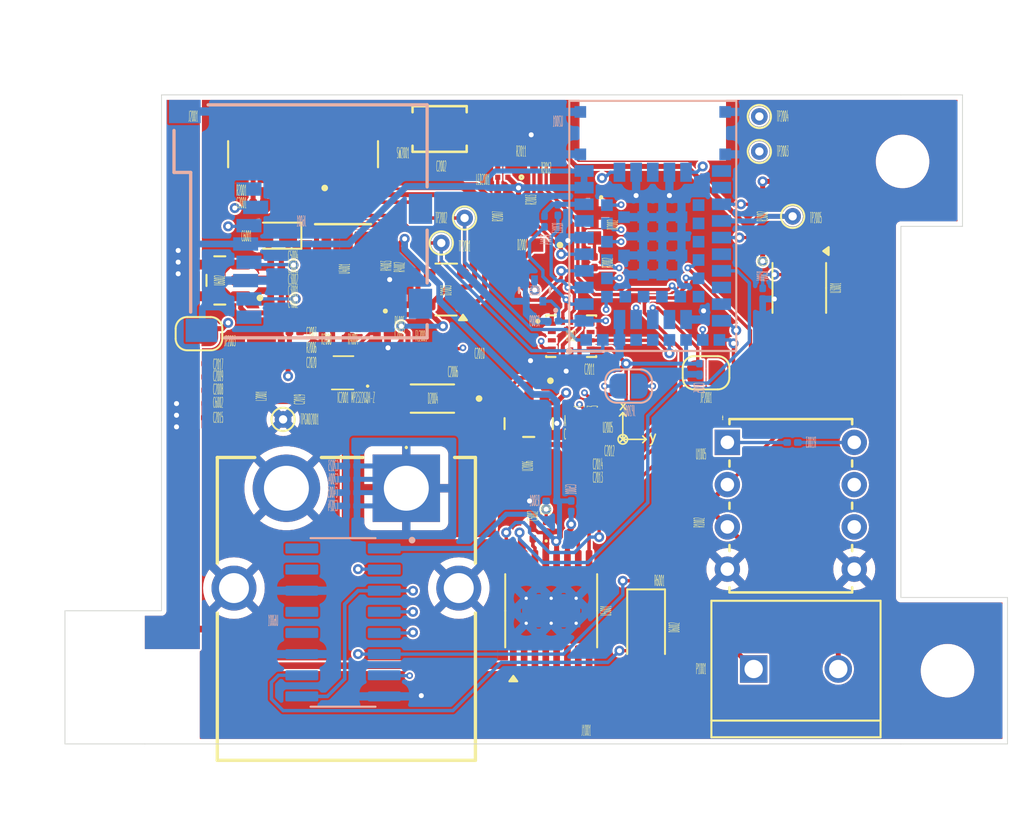
<source format=kicad_pcb>
(kicad_pcb (version 20240108) (generator "pcbnew") (generator_version "8.0")
  (layers (0 "F.Cu" jumper) (1 "In1.Cu" signal) (2 "In2.Cu" signal) (31 "B.Cu" signal) (34 "B.Paste" user) (35 "F.Paste" user) (36 "B.SilkS" user "B.Silkscreen") (37 "F.SilkS" user "F.Silkscreen") (38 "B.Mask" user) (39 "F.Mask" user) (44 "Edge.Cuts" user))
  (net 0 "")
  (net 1 "/Arduino_nano_Rev2/USB_SHIELD")
  (net 2 "Net-(D2003-I{slash}O1)")
  (net 3 "Net-(D2003-I{slash}O2)")
  (net 4 "VUSB")
  (net 5 "GND")
  (net 7 "Vin")
  (net 8 "Net-(LED2001-Pad2)")
  (net 9 "Net-(LED2001-Pad4)")
  (net 10 "+3.3V")
  (net 11 "Net-(LED2001-Pad3)")
  (net 12 "/Arduino_nano_Rev2/LG")
  (net 13 "Net-(IC2001-FB)")
  (net 14 "/VB")
  (net 15 "Net-(U1005-+IN)")
  (net 16 "Net-(U1005-+RG)")
  (net 17 "Net-(U1005--RG)")
  (net 18 "/CLK")
  (net 19 "Net-(D6002-K)")
  (net 20 "Net-(J6001-CS)")
  (net 21 "Net-(D2002-PadA)")
  (net 22 "Net-(U2001-TRACE_D3{slash}GPIO_33)")
  (net 23 "Net-(D2001-Pad2)")
  (net 24 "Net-(JP2003-A)")
  (net 25 "Net-(U4001-AAM)")
  (net 26 "/MPM3610_5V_Buck/EN")
  (net 27 "Net-(U4001-FB)")
  (net 28 "/MCP4728_Quad_DAC/LDAC")
  (net 29 "/SDA")
  (net 30 "/SCL")
  (net 31 "Net-(D3001-A)")
  (net 32 "/Arduino_nano_Rev2/R_PULLUP")
  (net 33 "/Arduino_nano_Rev2/SDA1")
  (net 34 "/Arduino_nano_Rev2/SCL1")
  (net 35 "/Arduino_nano_Rev2/LR")
  (net 36 "/Arduino_nano_Rev2/LB")
  (net 37 "/MCP4728_Quad_DAC/VOUTC")
  (net 38 "/MCP4728_Quad_DAC/VOUTD")
  (net 39 "/MCP4728_Quad_DAC/RDY")
  (net 40 "/VA")
  (net 41 "/BIN2")
  (net 42 "Net-(U5001-VINT)")
  (net 43 "/DRV8833/AOUT2")
  (net 44 "/DRV8833/BOUT2")
  (net 45 "Net-(U5001-VCP)")
  (net 46 "/DRV8833/~{FAULT}")
  (net 47 "/AIN1")
  (net 49 "/DRV8833/BOUT1")
  (net 51 "/BIN1")
  (net 52 "/DRV8833/AOUT1")
  (net 53 "/AIN2")
  (net 55 "/Arduino_nano_Rev2/AIN1_A7")
  (net 57 "Net-(U2001-SWDCLK)")
  (net 58 "/Arduino_nano_Rev2/D3~")
  (net 59 "Net-(JP2001-A)")
  (net 60 "/Arduino_nano_Rev2/AIN4_A6")
  (net 61 "/Arduino_nano_Rev2/D9~")
  (net 63 "/DO")
  (net 64 "/Arduino_nano_Rev2/D2")
  (net 65 "/Arduino_nano_Rev2/LPS22HBTR_INT1")
  (net 66 "/Arduino_nano_Rev2/RX")
  (net 67 "/InAmpOutput")
  (net 68 "/Arduino_nano_Rev2/PDMCLK")
  (net 69 "/Arduino_nano_Rev2/PDMDIN")
  (net 70 "Net-(JP2002-A)")
  (net 71 "/DI")
  (net 73 "/Arduino_nano_Rev2/TX")
  (net 74 "/Arduino_nano_Rev2/RESETN")
  (net 75 "/Arduino_nano_Rev2/AIN5_A3")
  (net 76 "Net-(U2001-VBUS)")
  (net 77 "/Arduino_nano_Rev2/D8")
  (net 78 "VDD_ENV")
  (net 79 "/Arduino_nano_Rev2/AIN6_A2")
  (net 80 "Net-(U2001-SWDIO)")
  (net 81 "/CS")
  (net 82 "/Arduino_nano_Rev2/BMI270_INT2")
  (net 83 "/Arduino_nano_Rev2/AIN3_A1")
  (net 84 "/Arduino_nano_Rev2/BMI270_INT1")
  (net 86 "Net-(U4001-SW-Pad4)")
  (net 92 "Net-(IC2001-BST)")
  (net 93 "Net-(IC2001-SW)")
  (net 95 "Net-(IC2001-VCC)")
  (net 97 "Net-(D6002-A)")
  (net 100 "Net-(J6001-DATA_IN)")
  (net 102 "Net-(J6001-SCLK)")
  (net 104 "Net-(U2005-CRST)")
  (net 105 "/Arduino_nano_Rev2/1.8VOUT")
  (net 110 "Net-(U2004-D)")
  (net 111 "/Micro-SDBreakoutBoard+_adafruit/CD")
  (net 115 "VCC")
  (footprint "Resistor_SMD:R_0201_0603Metric" (layer "F.Cu") (at 133.3 97.72 90)
    (property "Reference" "R4003")
    (property "Value" "100k")
  )
  (footprint "Resistor_SMD:R_0201_0603Metric" (layer "F.Cu") (at 155.9 94.445 90)
    (property "Reference" "R3003")
    (property "Value" "4.7kohm")
  )
  (footprint "Capacitor_SMD:C_0201_0603Metric" (layer "F.Cu") (at 144.88 107.7)
    (property "Reference" "C2014")
    (property "Value" "1uF")
  )
  (footprint "AD623ANZ:N_8_ADI" (layer "F.Cu") (at 153.78 106.38)
    (property "Reference" "U1005")
    (property "Value" "AD623ANZ")
  )
  (footprint "Jumper:SolderJumper-2_P1.3mm_Bridged2Bar_RoundedPad1.0x1.5mm" (layer "F.Cu") (at 122.05 99.85 180)
    (property "Reference" "JP2003")
    (property "Value" "SolderJumper_2_Bridged")
  )
  (footprint "Capacitor_SMD:C_0201_0603Metric" (layer "F.Cu") (at 145.6 106.9 180)
    (property "Reference" "C2012")
    (property "Value" "2.2uF")
  )
  (footprint "Capacitor_SMD:C_0201_0603Metric" (layer "F.Cu") (at 144.88 108.5)
    (property "Reference" "C2013")
    (property "Value" "100 nF")
  )
  (footprint "282837-2:TE_282837-2" (layer "F.Cu") (at 157.9 120)
    (property "Reference" "P1001")
    (property "Value" "282837-2")
  )
  (footprint "Resistor_SMD:R_0201_0603Metric" (layer "F.Cu") (at 140.3354 88.95)
    (property "Reference" "R2011")
    (property "Value" "1k")
  )
  (footprint "Connectors:01x04_SMD_Connector_Linear" (layer "F.Cu") (at 146.005 122.6)
    (property "Reference" "J1001")
    (property "Value" "Conn_01x04_Socket")
  )
  (footprint "Resistor_SMD:R_0201_0603Metric" (layer "F.Cu") (at 134.1 97.795 -90)
    (property "Reference" "R4002")
    (property "Value" "19.1k")
  )
  (footprint "Capacitor_SMD:C_0201_0603Metric" (layer "F.Cu") (at 122.1 103.25)
    (property "Reference" "C2008")
    (property "Value" "100 nF")
  )
  (footprint "Capacitor_SMD:C_0201_0603Metric" (layer "F.Cu") (at 126.675 97.2625 180)
    (property "Reference" "C3001")
    (property "Value" "0.1uF")
  )
  (footprint "Resistor_SMD:R_0201_0603Metric" (layer "F.Cu") (at 139.9904 91.705 -90)
    (property "Reference" "R2007")
    (property "Value" "1k")
  )
  (footprint "Capacitor_SMD:C_0201_0603Metric" (layer "F.Cu") (at 126.675 95.8625 180)
    (property "Reference" "C5003")
    (property "Value" "10μF/16V")
  )
  (footprint "MAKK2016T3R3M:INDC2016X100N" (layer "F.Cu") (at 125.8 101.597 -90)
    (property "Reference" "L2001")
    (property "Value" "MAKK2016T3R3M")
  )
  (footprint "LED_SMD:LED_0201_0603Metric" (layer "F.Cu") (at 142.9 111.445 90)
    (property "Reference" "D3001")
    (property "Value" "Green LED")
  )
  (footprint "Resistor_SMD:R_0201_0603Metric" (layer "F.Cu") (at 127.78 100.65 180)
    (property "Reference" "R2006")
    (property "Value" "976k")
  )
  (footprint "BMI270:XDCR_BMI270" (layer "F.Cu") (at 144.4 100)
    (property "Reference" "U2002")
    (property "Value" "BMI270")
  )
  (footprint "Jumper:SolderJumper-2_P1.3mm_Open_RoundedPad1.0x1.5mm" (layer "F.Cu") (at 152.5 102.2)
    (property "Reference" "JP2001")
    (property "Value" "SolderJumper_2_Open")
  )
  (footprint "Package_SO:HTSSOP-16-1EP_4.4x5mm_P0.65mm_EP3.4x5mm_Mask2.46x2.31mm_ThermalVias" (layer "F.Cu") (at 143.2 116.5 90)
    (property "Reference" "U5001")
    (property "Value" "DRV8833PWP")
  )
  (footprint "Capacitor_SMD:C_0201_0603Metric" (layer "F.Cu") (at 127.8 99.75 180)
    (property "Reference" "C2003")
    (property "Value" "10 μF")
  )
  (footprint "Capacitor_SMD:C_0201_0603Metric" (layer "F.Cu") (at 137.3 101.07 -90)
    (property "Reference" "C2010")
    (property "Value" "1 nF")
  )
  (footprint "MP2322GQHZ:MP2322GQHZ" (layer "F.Cu") (at 130.725 102.2 180)
    (property "Reference" "IC2001")
    (property "Value" "MP2322GQH-Z")
  )
  (footprint "Resistor_SMD:R_0201_0603Metric" (layer "F.Cu") (at 129.755 99.55 180)
    (property "Reference" "R2008")
    (property "Value" "220k")
  )
  (footprint "Resistor_SMD:R_0201_0603Metric" (layer "F.Cu") (at 141.8454 89.8404)
    (property "Reference" "R2012")
    (property "Value" "1k")
  )
  (footprint "Capacitor_SMD:C_0201_0603Metric" (layer "F.Cu") (at 126.675 95.1625 180)
    (property "Reference" "C5004")
    (property "Value" "10μF/16V")
  )
  (footprint "Resistor_SMD:R_0201_0603Metric" (layer "F.Cu") (at 145.8 95.555 90)
    (property "Reference" "R2002")
    (property "Value" "330")
  )
  (footprint "TestPoint:TestPoint_THTPad_D1.0mm_Drill0.5mm" (layer "F.Cu") (at 155.7 88.9)
    (property "Reference" "TP2003")
    (property "Value" "SWDCLK")
  )
  (footprint "Resistor_SMD:R_0201_0603Metric" (layer "F.Cu") (at 152.1 110.145 90)
    (property "Reference" "R1002")
    (property "Value" "100")
  )
  (footprint "Resistor_SMD:R_0201_0603Metric" (layer "F.Cu") (at 131.3 99.55 180)
    (property "Reference" "R4004")
    (property "Value" "100k")
  )
  (footprint "Capacitor_SMD:C_0201_0603Metric" (layer "F.Cu") (at 142.1 111.855 90)
    (property "Reference" "C5002")
    (property "Value" "10μF")
  )
  (footprint "PMEG6020AELRX:SODFL3517X110N" (layer "F.Cu") (at 136.0675 103.75 180)
    (property "Reference" "D2004")
    (property "Value" "PMEG6020AELRX")
  )
  (footprint "MountingHole:MountingHole_3.2mm_M3" (layer "F.Cu") (at 117.7 120.5)
    (property "Reference" "H1003" (hide yes))
    (property "Value" "MountingHole" (hide yes))
  )
  (footprint "APT1608YC:LED_APT1608YC" (layer "F.Cu") (at 141.5 94.525 180)
    (property "Reference" "D2001")
    (property "Value" "APT1608YC")
  )
  (footprint "BMM350:BGA9_BMM350_BOS" (layer "F.Cu") (at 145.30005 105.49995)
    (property "Reference" "U2005")
    (property "Value" "BMM350")
  )
  (footprint "LP2985-33DBVR:SOT95P280X145-5N" (layer "F.Cu") (at 123.3 96.65 180)
    (property "Reference" "U6002")
    (property "Value" "LP2985-33DBVR")
  )
  (footprint "Capacitor_SMD:C_0201_0603Metric" (layer "F.Cu") (at 122.1 101.65 180)
    (property "Reference" "C2017")
    (property "Value" "10 μF")
  )
  (footprint "Capacitor_SMD:C_0201_0603Metric" (layer "F.Cu") (at 135.345 102.15)
    (property "Reference" "C2006")
    (property "Value" "1 nF")
  )
  (footprint "TestPoint:TestPoint_THTPad_D1.0mm_Drill0.5mm" (layer "F.Cu") (at 127.1 105)
    (property "Reference" "TPGND2001")
    (property "Value" "GND")
  )
  (footprint "MountingHole:MountingHole_3.2mm_M3" (layer "F.Cu") (at 167 120.1)
    (property "Reference" "H1002" (hide yes))
    (property "Value" "MountingHole" (hide yes))
  )
  (footprint "B3U-1000PM_OMR:B3U-1000PM_OMR" (layer "F.Cu") (at 136.5 87.55)
    (property "Reference" "SW2001")
    (property "Value" "B3U-1000PM")
  )
  (footprint "ZX62-AB-5PA_31_:HIROSE_ZX62-AB-5PA_31_" (layer "F.Cu") (at 128.3 87 180)
    (property "Reference" "J2001")
    (property "Value" "ZX62-AB-5PA_31_")
  )
  (footprint "TPS7A2018PDBVR:SOT95P280X145-5N" (layer "F.Cu") (at 141.85 105.255 -90)
    (property "Reference" "U2006")
    (property "Value" "TPS7A2018PDBVR")
  )
  (footprint "TestPoint:TestPoint_THTPad_D1.0mm_Drill0.5mm" (layer "F.Cu") (at 155.7 86.8)
    (property "Reference" "TP2004")
    (property "Value" "SWDIO")
  )
  (footprint "Capacitor_SMD:C_0201_0603Metric" (layer "F.Cu") (at 126.675 96.5625 180)
    (property "Reference" "C3002")
    (property "Value" "10uF")
  )
  (footprint "Resistor_SMD:R_0201_0603Metric" (layer "F.Cu") (at 133.055 99.15 180)
    (property "Reference" "R4005")
    (property "Value" "53.6k")
  )
  (footprint "TestPoint:TestPoint_THTPad_D1.0mm_Drill0.5mm" (layer "F.Cu") (at 136.6 94.4)
    (property "Reference" "TP2001")
    (property "Value" "D+")
  )
  (footprint "Capacitor_SMD:C_0201_0603Metric" (layer "F.Cu") (at 138.055 89.75 180)
    (property "Reference" "C2002")
    (property "Value" "100 nF")
  )
  (footprint "Package_TO_SOT_SMD:SOT-143" (layer "F.Cu") (at 136.9 97.2 180)
    (property "Reference" "D2003")
    (property "Value" "PRTR5V0U2X")
  )
  (footprint "MPM3606AGQV:QFN3p0x5p0x1p6_MPM3610_MNP" (layer "F.Cu") (at 130.7 95.95 180)
    (property "Reference" "U4001")
    (property "Value" "MPM3610GQV-P")
  )
  (footprint "TestPoint:TestPoint_THTPad_D1.0mm_Drill0.5mm" (layer "F.Cu") (at 157.7 92.8)
    (property "Reference" "TP2005")
    (property "Value" "RESET")
  )
  (footprint "Capacitor_SMD:C_0201_0603Metric" (layer "F.Cu") (at 126.675 97.9625 180)
    (property "Reference" "C4002")
    (property "Value" "22μF")
  )
  (footprint "Capacitor_Tantalum_SMD:CP_EIA-1608-08_AVX-J" (layer "F.Cu") (at 126.6875 93.9625 180)
    (property "Reference" "C6001")
    (property "Value" "100nF")
  )
  (footprint "Capacitor_SMD:C_0201_0603Metric" (layer "F.Cu") (at 125.62 91.95 180)
    (property "Reference" "C2001")
    (property "Value" "4.7 nF")
  )
  (footprint "TestPoint:TestPoint_THTPad_D1.0mm_Drill0.5mm" (layer "F.Cu") (at 138 92.9)
    (property "Reference" "TP2002")
    (property "Value" "D-")
  )
  (footprint "Capacitor_SMD:C_0201_0603Metric" (layer "F.Cu") (at 122.1 102.45)
    (property "Reference" "C2009")
    (property "Value" "100 nF")
  )
  (footprint "Capacitor_SMD:C_0201_0603Metric" (layer "F.Cu") (at 127.78 101.55)
    (property "Reference" "C2020")
    (property "Value" "22 nF")
  )
  (footprint "Capacitor_SMD:C_0201_0603Metric" (layer "F.Cu") (at 146.555 102 180)
    (property "Reference" "C2011")
    (property "Value" "100 nF")
  )
  (footprint "Resistor_SMD:R_0201_0603Metric" (layer "F.Cu") (at 125.62 91.25)
    (property "Reference" "R2001")
    (property "Value" "1M")
  )
  (footprint "Capacitor_SMD:C_0201_0603Metric" (layer "F.Cu") (at 122.08 104.9)
    (property "Reference" "C2015")
    (property "Value" "1uF")
  )
  (footprint "XT60PW-M:XT60PWM" (layer "F.Cu") (at 134.5 109.1375 180)
    (property "Reference" "J1003" (hide yes))
    (property "Value" "XT60PW-M" (hide yes))
  )
  (footprint "HSMG-C190:HSMG-C190" (layer "F.Cu") (at 145.8 93.35 -90)
    (property "Reference" "D2002")
    (property "Value" "HSMG-C190")
  )
  (footprint "Resistor_SMD:R_0201_0603Metric" (layer "F.Cu") (at 155.9 91.755 -90)
    (property "Reference" "R3002")
    (property "Value" "4.7kohm")
  )
  (footprint "LED_SMD:LED_1206_3216Metric" (layer "F.Cu") (at 148.9 117.5 -90)
    (property "Reference" "D6002")
    (property "Value" "LTST-C150EKT(RED_LED)")
  )
  (footprint "SMLP34RGBN1W3:SMLP34_ROM" (layer "F.Cu") (at 140.2952 90.1452 180)
    (property "Reference" "LED2001")
    (property "Value" "SMLP34RGBN1W3")
  )
  (footprint "Resistor_SMD:R_0201_0603Metric" (layer "F.Cu") (at 148.58 114.7 180)
    (property "Reference" "R6001")
    (property "Value" "1k")
  )
  (footprint "MountingHole:MountingHole_3.2mm_M3" (layer "F.Cu") (at 164.3 89.5)
    (property "Reference" "H1001" (hide yes))
    (property "Value" "MountingHole" (hide yes))
  )
  (footprint "Capacitor_SMD:C_0201_0603Metric" (layer "F.Cu") (at 122.1 104.05)
    (property "Reference" "C6002")
    (property "Value" "100nF")
  )
  (footprint "Capacitor_SMD:C_0201_0603Metric" (layer "F.Cu") (at 128.1 102.75 90)
    (property "Reference" "C2019")
    (property "Value" "100 nF 50V")
  )
  (footprint "Resistor_SMD:R_0201_0603Metric" (layer "F.Cu") (at 141.2354 92.245 -90)
    (property "Reference" "R2003")
    (property "Value" "330")
  )
  (footprint "Package_SO:MSOP-10_3x3mm_P0.5mm" (layer "F.Cu") (at 158.1 97.1 -90)
    (property "Reference" "U3001")
    (property "Value" "MCP4728")
  )
  (footprint "BLM18EG101TN1D:BEADC1608X65N" (layer "F.Cu") (at 135.335 101.05)
    (property "Reference" "FL2001")
    (property "Value" "BLM18EG101TN1D")
  )
  (footprint "Capacitor_SMD:C_0201_0603Metric" (layer "F.Cu") (at 133.055 99.85)
    (property "Reference" "C2022")
    (property "Value" "1 μF")
  )
  (footprint "Capacitor_SMD:C_0201_0603Metric" (layer "B.Cu") (at 131.22 107.8 180)
    (property "Reference" "C2023")
    (property "Value" "10 μF 25V")
  )
  (footprint "Capacitor_SMD:C_0201_0603Metric" (layer "B.Cu") (at 131.22 110.2 180)
    (property "Reference" "C2024")
    (property "Value" "100 nF 50V")
  )
  (footprint "Capacitor_SMD:C_0201_0603Metric" (layer "B.Cu") (at 131.22 108.6 180)
    (property "Reference" "C2004")
    (property "Value" "10 μF 25V")
  )
  (footprint "2908-05WB-MG:3M_2908-05WB-MG" (layer "B.Cu") (at 128.15 93.1 -90)
    (property "Reference" "J6001")
    (property "Value" "2908-05WB-MG")
  )
  (footprint "Resistor_SMD:R_0201_0603Metric" (layer "B.Cu") (at 143.22 109.9 180)
    (property "Reference" "R3001")
    (property "Value" "4.7kohm")
  )
  (footprint "2N7002T-7-F:SOT523_2N7002T_DIO" (layer "B.Cu") (at 142.2 97.249999 90)
    (property "Reference" "U2004")
    (property "Value" "2N7002T-7-F")
  )
  (footprint "Capacitor_SMD:C_0201_0603Metric" (layer "B.Cu") (at 131.22 109.4 180)
    (property "Reference" "C4003")
    (property "Value" "10μF")
  )
  (footprint "Capacitor_SMD:C_0201_0603Metric" (layer "B.Cu") (at 144.4 110.22 90)
    (property "Reference" "C5001")
    (property "Value" "0.1μF")
  )
  (footprint "Jumper:SolderJumper-2_P1.3mm_Open_RoundedPad1.0x1.5mm" (layer "B.Cu") (at 147.85 103)
    (property "Reference" "JP2002")
    (property "Value" "SolderJumper_2_Open")
  )
  (footprint "Resistor_SMD:R_0201_0603Metric" (layer "B.Cu") (at 157.69 106.39)
    (property "Reference" "R1003")
    (property "Value" "1.2k")
  )
  (footprint "Capacitor_SMD:C_0201_0603Metric" (layer "B.Cu") (at 152.1 101.97 90)
    (property "Reference" "C2005")
    (property "Value" "100 nF")
  )
  (footprint "Resistor_SMD:R_0201_0603Metric" (layer "B.Cu") (at 142.8 93.11 -90)
    (property "Reference" "R2014")
    (property "Value" "976k")
  )
  (footprint "NINA-B306-00B:XCVR_NINA-B306-00B" (layer "B.Cu") (at 149.3 93.375)
    (property "Reference" "U2001")
    (property "Value" "NINA-B306-00B")
  )
  (footprint "Resistor_SMD:R_0201_0603Metric" (layer "B.Cu") (at 143.6 92.42 -90)
    (property "Reference" "R2013")
    (property "Value" "976k")
  )
  (footprint "Resistor_SMD:R_0201_0603Metric" (layer "B.Cu") (at 143.32 99.1 180)
    (property "Reference" "R2009")
    (property "Value" "976k")
  )
  (footprint "CD74HC4050M96:SOIC127P600X175-16N" (layer "B.Cu") (at 130.7 117.2 180)
    (property "Reference" "U6001")
    (property "Value" "CD74HC4050M96")
  )
  (footprint "Resistor_SMD:R_0201_0603Metric" (layer "B.Cu") (at 155.9 97.445 90)
    (property "Reference" "R3004" (hide yes))
    (property "Value" "4.7kohm")
  )
  (gr_line (start 148.9 106.2) (end 148.7 106) (stroke (width 0.1)) (layer "F.SilkS"))
  (gr_line (start 147.3 106) (end 147.5 106.2) (stroke (width 0.1)) (layer "F.SilkS"))
  (gr_line (start 147.5 106.2) (end 147.5 104.6) (stroke (width 0.1)) (layer "F.SilkS"))
  (gr_line (start 147.4 106.3) (end 147.5 106.2) (stroke (width 0.1)) (layer "F.SilkS"))
  (gr_line (start 147.5 106.2) (end 147.7 106.4) (stroke (width 0.1)) (layer "F.SilkS"))
  (gr_line (start 147.6 106.3) (end 147.5 106.2) (stroke (width 0.1)) (layer "F.SilkS"))
  (gr_line (start 147.7 104.8) (end 147.5 104.6) (stroke (width 0.1)) (layer "F.SilkS"))
  (gr_line (start 147.5 106.2) (end 147.7 106) (stroke (width 0.1)) (layer "F.SilkS"))
  (gr_line (start 147.5 104.6) (end 147.3 104.8) (stroke (width 0.1)) (layer "F.SilkS"))
  (gr_line (start 147.6 106.1) (end 147.5 106.2) (stroke (width 0.1)) (layer "F.SilkS"))
  (gr_circle (center 147.5 106.2) (end 147.7 106) (stroke (width 0.1)) (fill none) (layer "F.SilkS"))
  (gr_line (start 148.7 106.4) (end 148.9 106.2) (stroke (width 0.1)) (layer "F.SilkS"))
  (gr_line (start 147.5 106.2) (end 147.3 106.4) (stroke (width 0.1)) (layer "F.SilkS"))
  (gr_line (start 147.5 106.2) (end 148.9 106.2) (stroke (width 0.1)) (layer "F.SilkS"))
  (gr_line (start 147.5 104.6) (end 147.7 104.8) (stroke (width 0.1)) (layer "F.SilkS"))
  (gr_line (start 164.2 93.4) (end 164.2 115.7) (stroke (width 0.05)) (layer "Edge.Cuts"))
  (gr_line (start 164.2 124.5) (end 170.6 124.5) (stroke (width 0.05)) (layer "Edge.Cuts"))
  (gr_line (start 114 116.5) (end 119.8 116.5) (stroke (width 0.05)) (layer "Edge.Cuts"))
  (gr_line (start 118.8 124.5) (end 114 124.5) (stroke (width 0.05)) (layer "Edge.Cuts"))
  (gr_line (start 164.2 115.7) (end 170.6 115.7) (stroke (width 0.05)) (layer "Edge.Cuts"))
  (gr_line (start 164.2 85.5) (end 167.9 85.5) (stroke (width 0.05)) (layer "Edge.Cuts"))
  (gr_line (start 164.2 124.5) (end 118.8 124.5) (stroke (width 0.05)) (layer "Edge.Cuts"))
  (gr_line (start 119.8 116.5) (end 119.8 85.5) (stroke (width 0.05)) (layer "Edge.Cuts"))
  (gr_line (start 167.9 93.4) (end 164.2 93.4) (stroke (width 0.05)) (layer "Edge.Cuts"))
  (gr_line (start 114 124.5) (end 114 116.5) (stroke (width 0.05)) (layer "Edge.Cuts"))
  (gr_line (start 167.9 85.5) (end 167.9 93.4) (stroke (width 0.05)) (layer "Edge.Cuts"))
  (gr_line (start 119.8 85.5) (end 164.2 85.5) (stroke (width 0.05)) (layer "Edge.Cuts"))
  (gr_line (start 170.6 124.5) (end 170.6 115.7) (stroke (width 0.05)) (layer "Edge.Cuts"))
  (gr_text "y" (at 149 106.4 0) (layer "F.SilkS") (effects (font (size 0.635 0.635) (thickness 0.1)) (justify left bottom)))
  (gr_text "x" (at 147.2 104.5 0) (layer "F.SilkS") (effects (font (size 0.635 0.635) (thickness 0.1)) (justify left bottom)))
  (segment (start 125.3 89.8) (end 125.2 89.7) (width 0.2) (layer "F.Cu") (net 1))
  (segment (start 125.2 87.25) (end 125.3 87.15) (width 0.2) (layer "F.Cu") (net 1))
  (segment (start 139.5 93.309189) (end 139.5 92.403768) (width 0.3) (layer "F.Cu") (net 1))
  (segment (start 125.3 91.95) (end 125.3 89.8) (width 0.3) (layer "F.Cu") (net 1))
  (segment (start 139.2 97.5) (end 139.2 93.609189) (width 0.3) (layer "F.Cu") (net 1))
  (segment (start 137.829289 90.8) (end 131.4 90.8) (width 0.3) (layer "F.Cu") (net 1))
  (segment (start 131.4 90.8) (end 131.3 90.7) (width 0.3) (layer "F.Cu") (net 1))
  (segment (start 139.2 93.609189) (end 139.5 93.309189) (width 0.3) (layer "F.Cu") (net 1))
  (segment (start 138.7 90.9) (end 137.929289 90.9) (width 0.3) (layer "F.Cu") (net 1))
  (segment (start 132.3 87.15) (end 131.3 87.15) (width 0.3) (layer "F.Cu") (net 1))
  (segment (start 125.3 87.15) (end 124.3 87.15) (width 0.3) (layer "F.Cu") (net 1))
  (segment (start 131.3 87.15) (end 125.3 87.15) (width 0.3) (layer "F.Cu") (net 1))
  (segment (start 138.75 97.95) (end 139.2 97.5) (width 0.3) (layer "F.Cu") (net 1))
  (segment (start 139.5 92.403768) (end 139.4404 92.344168) (width 0.3) (layer "F.Cu") (net 1))
  (segment (start 137.929289 90.9) (end 137.829289 90.8) (width 0.3) (layer "F.Cu") (net 1))
  (segment (start 139.4404 91.6404) (end 138.7 90.9) (width 0.3) (layer "F.Cu") (net 1))
  (segment (start 137.9 97.95) (end 138.75 97.95) (width 0.3) (layer "F.Cu") (net 1))
  (segment (start 125.2 89.7) (end 125.2 87.25) (width 0.3) (layer "F.Cu") (net 1))
  (segment (start 131.3 90.7) (end 131.3 87.15) (width 0.3) (layer "F.Cu") (net 1))
  (segment (start 139.4404 92.344168) (end 139.4404 91.6404) (width 0.3) (layer "F.Cu") (net 1))
  (segment (start 129.65 91.95) (end 128.95 91.25) (width 0.21) (layer "F.Cu") (net 2))
  (segment (start 138 92.9) (end 138 96.15) (width 0.21) (layer "F.Cu") (net 2))
  (segment (start 136 92.9) (end 135.05 91.95) (width 0.21) (layer "F.Cu") (net 2))
  (segment (start 128.95 91.25) (end 128.95 89.825) (width 0.21) (layer "F.Cu") (net 2))
  (segment (start 138 92.9) (end 136 92.9) (width 0.21) (layer "F.Cu") (net 2))
  (segment (start 138 96.15) (end 137.9 96.25) (width 0.2) (layer "F.Cu") (net 2))
  (segment (start 135.05 91.95) (end 129.65 91.95) (width 0.21) (layer "F.Cu") (net 2))
  (segment (start 138 92.9) (end 138 95.548529) (width 0.2) (layer "B.Cu") (net 2))
  (segment (start 144.725 100.225) (end 144.1 99.6) (width 0.2) (layer "B.Cu") (net 2))
  (segment (start 144.1 99.6) (end 142.051471 99.6) (width 0.2) (layer "B.Cu") (net 2))
  (segment (start 145.3 100.225) (end 144.725 100.225) (width 0.2) (layer "B.Cu") (net 2))
  (segment (start 138 95.548529) (end 142.051471 99.6) (width 0.2) (layer "B.Cu") (net 2))
  (segment (start 136.6 94.4) (end 135.55 94.4) (width 0.21) (layer "F.Cu") (net 3))
  (segment (start 136.6 95.55) (end 135.9 96.25) (width 0.21) (layer "F.Cu") (net 3))
  (segment (start 135.55 94.4) (end 133.9 92.75) (width 0.21) (layer "F.Cu") (net 3))
  (segment (start 129.55 92.75) (end 128.3 91.5) (width 0.21) (layer "F.Cu") (net 3))
  (segment (start 133.9 92.75) (end 129.55 92.75) (width 0.21) (layer "F.Cu") (net 3))
  (segment (start 128.3 91.5) (end 128.3 89.825) (width 0.21) (layer "F.Cu") (net 3))
  (segment (start 136.6 94.4) (end 136.6 95.55) (width 0.21) (layer "F.Cu") (net 3))
  (segment (start 142.025 100.875) (end 146.2 100.875) (width 0.2) (layer "B.Cu") (net 3))
  (segment (start 136.6 94.4) (end 136.6 95.45) (width 0.2) (layer "B.Cu") (net 3))
  (segment (start 146.3 100.775) (end 146.3 100.225) (width 0.2) (layer "B.Cu") (net 3))
  (segment (start 136.6 95.45) (end 142.025 100.875) (width 0.2) (layer "B.Cu") (net 3))
  (segment (start 146.2 100.875) (end 146.3 100.775) (width 0.2) (layer "B.Cu") (net 3))
  (segment (start 138.85 93.252082) (end 138.455 93.647082) (width 0.3) (layer "F.Cu") (net 4))
  (segment (start 138.3 97.05) (end 137 97.05) (width 0.3) (layer "F.Cu") (net 4))
  (segment (start 138.455 95.743738) (end 138.6 95.888738) (width 0.3) (layer "F.Cu") (net 4))
  (segment (start 138.6 96.75) (end 138.3 97.05) (width 0.3) (layer "F.Cu") (net 4))
  (segment (start 135.9 98.6) (end 135.9 98.15) (width 0.3) (layer "F.Cu") (net 4))
  (segment (start 130.595 91.495) (end 137.726371 91.495) (width 0.3) (layer "F.Cu") (net 4))
  (segment (start 134.6 99.8) (end 134.6 101.05) (width 0.3) (layer "F.Cu") (net 4))
  (segment (start 138.5 91.9) (end 138.85 92.25) (width 0.3) (layer "F.Cu") (net 4))
  (segment (start 134.5 101.115) (end 134.565 101.05) (width 0.2) (layer "F.Cu") (net 4))
  (segment (start 129.6 90.5) (end 130.595 91.495) (width 0.3) (layer "F.Cu") (net 4))
  (segment (start 136.7 99.4) (end 135.9 98.6) (width 0.3) (layer "F.Cu") (net 4))
  (segment (start 129.6 89.825) (end 129.6 90.5) (width 0.3) (layer "F.Cu") (net 4))
  (segment (start 137.726371 91.495) (end 138.131371 91.9) (width 0.3) (layer "F.Cu") (net 4))
  (segment (start 138.85 92.25) (end 138.85 93.252082) (width 0.3) (layer "F.Cu") (net 4))
  (segment (start 134.5 102.05) (end 134.5 101.115) (width 0.3) (layer "F.Cu") (net 4))
  (segment (start 134.2 99.4) (end 134.6 99.8) (width 0.3) (layer "F.Cu") (net 4))
  (segment (start 134.5 103.35) (end 134.5 102.05) (width 0.3) (layer "F.Cu") (net 4))
  (segment (start 137 97.05) (end 135.9 98.15) (width 0.3) (layer "F.Cu") (net 4))
  (segment (start 134.5 102.05) (end 134.6 102.15) (width 0.3) (layer "F.Cu") (net 4))
  (segment (start 138.455 93.647082) (end 138.455 95.743738) (width 0.3) (layer "F.Cu") (net 4))
  (segment (start 134.6 102.15) (end 135.025 102.15) (width 0.3) (layer "F.Cu") (net 4))
  (segment (start 138.131371 91.9) (end 138.5 91.9) (width 0.3) (layer "F.Cu") (net 4))
  (segment (start 138.6 95.888738) (end 138.6 96.75) (width 0.3) (layer "F.Cu") (net 4))
  (via (at 136.7 99.4) (size 0.6) (drill 0.3) (layers "F.Cu" "B.Cu") (net 4))
  (via (at 134.2 99.4) (size 0.6) (drill 0.3) (layers "F.Cu" "B.Cu") (net 4))
  (segment (start 136.7 99.4) (end 134.2 99.4) (width 0.3) (layer "B.Cu") (net 4))
  (segment (start 142.15239 111.535) (end 142.41739 111.8) (width 0.21) (layer "F.Cu") (net 5))
  (segment (start 126.355 99.105) (end 126.4 99.15) (width 0.2) (layer "F.Cu") (net 5))
  (segment (start 133.8 96.2) (end 134.7 97.1) (width 0.25) (layer "F.Cu") (net 5))
  (segment (start 129.75 99.05) (end 129.65 99.15) (width 0.2) (layer "F.Cu") (net 5))
  (segment (start 148.25 91.6) (end 148.3 91.55) (width 0.2) (layer "F.Cu") (net 5))
  (segment (start 139.4854 88.681544) (end 140.066944 88.1) (width 0.2) (layer "F.Cu") (net 5))
  (segment (start 124.6 99.915) (end 124.6 103.15) (width 0.25) (layer "F.Cu") (net 5))
  (segment (start 139.4854 89.9146) (end 139.4854 88.681544) (width 0.2) (layer "F.Cu") (net 5))
  (segment (start 145.92 106.52) (end 145.92 106.9) (width 0.2) (layer "F.Cu") (net 5))
  (segment (start 130.7 103.05) (end 130.8 102.95) (width 0.25) (layer "F.Cu") (net 5))
  (segment (start 131.954 96.2) (end 133.8 96.2) (width 0.25) (layer "F.Cu") (net 5))
  (segment (start 128.9 99.55) (end 129.435 99.55) (width 0.25) (layer "F.Cu") (net 5))
  (segment (start 125.365 99.15) (end 124.6 99.915) (width 0.25) (layer "F.Cu") (net 5))
  (segment (start 145.2 108.5) (end 145.2 108.8) (width 0.3) (layer "F.Cu") (net 5))
  (segment (start 141.958741 100.091259) (end 141.958741 101.471331) (width 0.2) (layer "F.Cu") (net 5))
  (segment (start 140.968 97.668) (end 140.9 97.6) (width 0.2) (layer "F.Cu") (net 5))
  (segment (start 142.41739 111.8) (end 142.706544 111.8) (width 0.21) (layer "F.Cu") (net 5))
  (segment (start 134.565 98.115) (end 134.1 98.115) (width 0.25) (layer "F.Cu") (net 5))
  (segment (start 129.45 99.15) (end 129.45 99.535) (width 0.25) (layer "F.Cu") (net 5))
  (segment (start 129.949999 98.394) (end 129.949999 99.000001) (width 0.2) (layer "F.Cu") (net 5))
  (segment (start 159.1 98.349568) (end 159.1 99.2125) (width 0.2) (layer "F.Cu") (net 5))
  (segment (start 129.256 97.5) (end 129.256 98.2) (width 0.25) (layer "F.Cu") (net 5))
  (segment (start 134.7 97.98) (end 134.565 98.115) (width 0.25) (layer "F.Cu") (net 5))
  (segment (start 145.7001 106.3001) (end 145.92 106.52) (width 0.2) (layer "F.Cu") (net 5))
  (segment (start 130.7 103.95) (end 130.7 103.05) (width 0.25) (layer "F.Cu") (net 5))
  (segment (start 148.15 91.5) (end 148.25 91.6) (width 0.3) (layer "F.Cu") (net 5))
  (segment (start 142.1 111.535) (end 142.15239 111.535) (width 0.21) (layer "F.Cu") (net 5))
  (segment (start 138.136396 90.4) (end 139 90.4) (width 0.3) (layer "F.Cu") (net 5))
  (segment (start 145.2 108.8) (end 144.8 109.2) (width 0.3) (layer "F.Cu") (net 5))
  (segment (start 129.9 99.05) (end 129.75 99.05) (width 0.2) (layer "F.Cu") (net 5))
  (segment (start 129.45 98.394) (end 129.949999 98.394) (width 0.25) (layer "F.Cu") (net 5))
  (segment (start 140.066944 88.1) (end 141.8 88.1) (width 0.2) (layer "F.Cu") (net 5))
  (segment (start 142.8 99.25) (end 141.958741 100.091259) (width 0.2) (layer "F.Cu") (net 5))
  (segment (start 126.4 99.15) (end 125.365 99.15) (width 0.25) (layer "F.Cu") (net 5))
  (segment (start 144.79995 105.49995) (end 144.3 105) (width 0.2) (layer "F.Cu") (net 5))
  (segment (start 127 91.55) (end 125.975 92.575) (width 0.3) (layer "F.Cu") (net 5))
  (segment (start 128.12 99.75) (end 128.7 99.75) (width 0.25) (layer "F.Cu") (net 5))
  (segment (start 128.7 99.75) (end 128.9 99.55) (width 0.25) (layer "F.Cu") (net 5))
  (segment (start 133.375 99.15) (end 133.375 99.85) (width 0.25) (layer "F.Cu") (net 5))
  (segment (start 143.2375 99.25) (end 142.8 99.25) (width 0.2) (layer "F.Cu") (net 5))
  (segment (start 158.515432 97.765) (end 159.1 98.349568) (width 0.2) (layer "F.Cu") (net 5))
  (segment (start 137.735 89.75) (end 137.735 89.998604) (width 0.3) (layer "F.Cu") (net 5))
  (segment (start 128.12 99.75) (end 128.12 99.17) (width 0.25) (layer "F.Cu") (net 5))
  (segment (start 137.735 89.998604) (end 138.136396 90.4) (width 0.3) (layer "F.Cu") (net 5))
  (segment (start 125.975 94.425) (end 126.355 94.805) (width 0.25) (layer "F.Cu") (net 5))
  (segment (start 124.6 103.15) (end 125.4 103.95) (width 0.25) (layer "F.Cu") (net 5))
  (segment (start 134.7 97.1) (end 134.7 97.98) (width 0.25) (layer "F.Cu") (net 5))
  (segment (start 141.958741 101.471331) (end 141.871331 101.471331) (width 0.2) (layer "F.Cu") (net 5))
  (segment (start 129.256 98.2) (end 129.45 98.394) (width 0.25) (layer "F.Cu") (net 5))
  (segment (start 129.65 99.15) (end 129.45 99.15) (width 0.2) (layer "F.Cu") (net 5))
  (segment (start 142.9 113.6125) (end 142.875 113.6375) (width 0.2) (layer "F.Cu") (net 5))
  (segment (start 128.12 99.17) (end 128.1 99.15) (width 0.2) (layer "F.Cu") (net 5))
  (segment (start 129.949999 99.000001) (end 129.9 99.05) (width 0.2) (layer "F.Cu") (net 5))
  (segment (start 145.7001 105.9) (end 145.7001 106.3001) (width 0.2) (layer "F.Cu") (net 5))
  (segment (start 130.8 102.95) (end 131.4 102.95) (width 0.25) (layer "F.Cu") (net 5))
  (segment (start 129.45 99.535) (end 129.435 99.55) (width 0.2) (layer "F.Cu") (net 5))
  (segment (start 141.8 88.1) (end 142 87.9) (width 0.2) (layer "F.Cu") (net 5))
  (segment (start 125.975 93.9625) (end 125.975 94.425) (width 0.25) (layer "F.Cu") (net 5))
  (segment (start 128.1 99.15) (end 126.4 99.15) (width 0.25) (layer "F.Cu") (net 5))
  (segment (start 129.45 98.394) (end 129.45 99.15) (width 0.25) (layer "F.Cu") (net 5))
  (segment (start 126.355 94.805) (end 126.355 97.9625) (width 0.25) (layer "F.Cu") (net 5))
  (segment (start 127 89.825) (end 127 91.55) (width 0.3) (layer "F.Cu") (net 5))
  (segment (start 144.9 105.49995) (end 145.30005 105.49995) (width 0.2) (layer "F.Cu") (net 5))
  (segment (start 125.975 92.575) (end 125.975 93.9625) (width 0.3) (layer "F.Cu") (net 5))
  (segment (start 144.9 105.49995) (end 144.79995 105.49995) (width 0.2) (layer "F.Cu") (net 5))
  (segment (start 156.6 97.765) (end 158.515432 97.765) (width 0.2) (layer "F.Cu") (net 5))
  (segment (start 125.4 103.95) (end 130.7 103.95) (width 0.25) (layer "F.Cu") (net 5))
  (segment (start 139 90.4) (end 139.4854 89.9146) (width 0.3) (layer "F.Cu") (net 5))
  (via (at 144.2 94.251728) (size 0.6) (drill 0.3) (layers "F.Cu" "B.Cu") (net 5))
  (via (at 152.349998 98.475002) (size 0.6) (drill 0.3) (layers "F.Cu" "B.Cu") (net 5))
  (via (at 135.4 121.6) (size 0.6) (drill 0.3) (layers "F.Cu" "B.Cu") (net 5))
  (via (at 142 87.9) (size 0.6) (drill 0.3) (layers "F.Cu" "B.Cu") (net 5))
  (via (at 133.5 96.6) (size 0.6) (drill 0.3) (layers "F.Cu" "B.Cu") (net 5))
  (via (at 156.6 97.765) (size 0.6) (drill 0.3) (layers "F.Cu" "B.Cu") (net 5))
  (via (at 144.1 102.1) (size 0.6) (drill 0.3) (layers "F.Cu" "B.Cu") (net 5))
  (via (at 150.3 91.55) (size 0.6) (drill 0.3) (layers "F.Cu" "B.Cu") (net 5))
  (via (at 148.3 91.55) (size 0.6) (drill 0.3) (layers "F.Cu" "B.Cu") (net 5))
  (via (at 141.958741 101.471331) (size 0.6) (drill 0.3) (layers "F.Cu" "B.Cu") (net 5))
  (via (at 141.9 109.9) (size 0.6) (drill 0.3) (layers "F.Cu" "B.Cu") (net 5))
  (via (at 133.4 100.7) (size 0.6) (drill 0.3) (layers "F.Cu" "B.Cu") (net 5))
  (segment (start 123.84 96.66) (end 122.2 98.3) (width 0.3) (layer "B.Cu") (net 5))
  (segment (start 141.700001 98.300001) (end 142.5 99.1) (width 0.3) (layer "B.Cu") (net 5))
  (segment (start 122.2 98.3) (end 122.2 99.65) (width 0.3) (layer "B.Cu") (net 5))
  (segment (start 124.85 96.66) (end 123.84 96.66) (width 0.3) (layer "B.Cu") (net 5))
  (segment (start 141.700001 97.899998) (end 141.700001 98.300001) (width 0.3) (layer "B.Cu") (net 5))
  (segment (start 142.5 99.1) (end 143 99.1) (width 0.3) (layer "B.Cu") (net 5))
  (segment (start 156.6 97.765) (end 155.9 97.765) (width 0.2) (layer "B.Cu") (net 5))
  (segment (start 130.8 101.95) (end 130.8 102.35) (width 0.25) (layer "F.Cu") (net 7))
  (segment (start 130.9 102.45) (end 131.425 102.45) (width 0.25) (layer "F.Cu") (net 7))
  (segment (start 130.98 98.234) (end 130.95 98.204) (width 0.2) (layer "F.Cu") (net 7))
  (segment (start 130.98 99.55) (end 130.98 98.234) (width 0.25) (layer "F.Cu") (net 7))
  (segment (start 130.8 102.35) (end 130.9 102.45) (width 0.25) (layer "F.Cu") (net 7))
  (segment (start 131.425 101.95) (end 131.425 102.45) (width 0.25) (layer "F.Cu") (net 7))
  (segment (start 130.98 99.97) (end 130.98 99.55) (width 0.3) (layer "F.Cu") (net 7))
  (segment (start 131.425 101.95) (end 130.8 101.95) (width 0.25) (layer "F.Cu") (net 7))
  (segment (start 130.7 100.45) (end 130.8 100.35) (width 0.25) (layer "F.Cu") (net 7))
  (segment (start 130.7 101.85) (end 130.7 100.45) (width 0.25) (layer "F.Cu") (net 7))
  (segment (start 130.8 101.95) (end 130.7 101.85) (width 0.25) (layer "F.Cu") (net 7))
  (segment (start 134.2375 109.4) (end 134.5 109.1375) (width 0.2) (layer "B.Cu") (net 7))
  (segment (start 133.4375 110.2) (end 134.5 109.1375) (width 0.2) (layer "B.Cu") (net 7))
  (segment (start 133.9625 108.6) (end 134.5 109.1375) (width 0.2) (layer "B.Cu") (net 7))
  (segment (start 131.54 108.6) (end 133.9625 108.6) (width 0.3) (layer "B.Cu") (net 7))
  (segment (start 131.54 110.2) (end 133.4375 110.2) (width 0.3) (layer "B.Cu") (net 7))
  (segment (start 131.54 109.4) (end 134.2375 109.4) (width 0.3) (layer "B.Cu") (net 7))
  (segment (start 131.54 107.8) (end 133.1625 107.8) (width 0.3) (layer "B.Cu") (net 7))
  (segment (start 133.1625 107.8) (end 134.5 109.1375) (width 0.2) (layer "B.Cu") (net 7))
  (segment (start 140.6 89.8404) (end 141.5254 89.8404) (width 0.2) (layer "F.Cu") (net 8))
  (segment (start 139.9904 90.45) (end 139.9904 91.385) (width 0.2) (layer "F.Cu") (net 9))
  (segment (start 121.4 98.245) (end 122.045 97.6) (width 0.3) (layer "F.Cu") (net 10))
  (segment (start 142.8 104) (end 143.5 104) (width 0.3) (layer "F.Cu") (net 10))
  (segment (start 140.6 90.45) (end 141.2354 91.0854) (width 0.3) (layer "F.Cu") (net 10))
  (segment (start 121.4 99.85) (end 121.4 98.245) (width 0.3) (layer "F.Cu") (net 10))
  (segment (start 124.7 119.8) (end 140.8375 119.8) (width 0.4) (layer "F.Cu") (net 10))
  (segment (start 141.2354 91.0854) (end 141.2354 91.925) (width 0.3) (layer "F.Cu") (net 10))
  (segment (start 122.5 117.6) (end 124.7 119.8) (width 0.4) (layer "F.Cu") (net 10))
  (segment (start 140.8375 119.8) (end 140.925 119.7125) (width 0.4) (layer "F.Cu") (net 10))
  (segment (start 143.5 104) (end 144.1 103.4) (width 0.3) (layer "F.Cu") (net 10))
  (segment (start 121.8 117.6) (end 122.5 117.6) (width 0.4) (layer "F.Cu") (net 10))
  (via (at 144.1 103.4) (size 0.6) (drill 0.3) (layers "F.Cu" "B.Cu") (net 10))
  (via (at 120.7 105.45) (size 0.6) (drill 0.3) (layers "F.Cu" "B.Cu") (net 10))
  (via (at 120.7 104.05) (size 0.6) (drill 0.3) (layers "F.Cu" "B.Cu") (net 10))
  (via (at 120.8 95.55) (size 0.6) (drill 0.3) (layers "F.Cu" "B.Cu") (net 10))
  (via (at 120.8 96.25) (size 0.6) (drill 0.3) (layers "F.Cu" "B.Cu") (net 10))
  (via (at 120.7 104.75) (size 0.6) (drill 0.3) (layers "F.Cu" "B.Cu") (net 10))
  (via (at 141.2354 91.0854) (size 0.6) (drill 0.3) (layers "F.Cu" "B.Cu") (net 10))
  (via (at 120.8 94.85) (size 0.6) (drill 0.3) (layers "F.Cu" "B.Cu") (net 10))
  (segment (start 139.825 90.075) (end 139.4 90.5) (width 0.3) (layer "B.Cu") (net 10))
  (segment (start 120.8 94.85) (end 121.19 94.46) (width 0.4) (layer "B.Cu") (net 10))
  (segment (start 145.175 90.075) (end 139.825 90.075) (width 0.3) (layer "B.Cu") (net 10))
  (segment (start 139.4 90.5) (end 139.4 91.075) (width 0.3) (layer "B.Cu") (net 10))
  (segment (start 145.175 91.075) (end 139.4 91.075) (width 0.4) (layer "B.Cu") (net 10))
  (segment (start 139.325 91) (end 134.5 91) (width 0.4) (layer "B.Cu") (net 10))
  (segment (start 121.19 94.46) (end 124.85 94.46) (width 0.4) (layer "B.Cu") (net 10))
  (segment (start 139.4 91.075) (end 139.325 91) (width 0.4) (layer "B.Cu") (net 10))
  (segment (start 131.04 94.46) (end 124.85 94.46) (width 0.4) (layer "B.Cu") (net 10))
  (segment (start 134.5 91) (end 131.04 94.46) (width 0.4) (layer "B.Cu") (net 10))
  (segment (start 145.175 90.075) (end 145.175 91.075) (width 0.4) (layer "B.Cu") (net 10))
  (segment (start 139.9904 89.8404) (end 139.9904 88.975) (width 0.2) (layer "F.Cu") (net 11))
  (segment (start 139.9904 88.975) (end 140.0154 88.95) (width 0.2) (layer "F.Cu") (net 11))
  (segment (start 139.8 95.457908) (end 141.6129 97.270808) (width 0.2) (layer "F.Cu") (net 12))
  (segment (start 139.9904 93.825) (end 139.8 94.0154) (width 0.2) (layer "F.Cu") (net 12))
  (segment (start 139.8 94.0154) (end 139.8 95.457908) (width 0.2) (layer "F.Cu") (net 12))
  (segment (start 141.6129 97.270808) (end 141.6129 97.482941) (width 0.2) (layer "F.Cu") (net 12))
  (segment (start 141.964371 97.834412) (end 142.465588 97.834412) (width 0.2) (layer "F.Cu") (net 12))
  (segment (start 142.465588 97.834412) (end 143.8 96.5) (width 0.2) (layer "F.Cu") (net 12))
  (segment (start 141.6129 97.482941) (end 141.964371 97.834412) (width 0.2) (layer "F.Cu") (net 12))
  (segment (start 139.9904 92.025) (end 139.9904 93.825) (width 0.2) (layer "F.Cu") (net 12))
  (segment (start 143.8 96.5) (end 143.8 96.075) (width 0.2) (layer "F.Cu") (net 12))
  (via (at 143.8 96.075) (size 0.6) (drill 0.3) (layers "F.Cu" "B.Cu") (net 12))
  (segment (start 145.175 96.075) (end 143.8 96.075) (width 0.2) (layer "B.Cu") (net 12))
  (segment (start 130.075 100.375) (end 130.075 99.55) (width 0.3) (layer "F.Cu") (net 13))
  (segment (start 130 101.425) (end 130.025 101.45) (width 0.2) (layer "F.Cu") (net 13))
  (segment (start 130 101.05) (end 130 101.425) (width 0.3) (layer "F.Cu") (net 13))
  (segment (start 128.1 101.05) (end 128.1 101.55) (width 0.3) (layer "F.Cu") (net 13))
  (segment (start 128.1 101.05) (end 130 101.05) (width 0.3) (layer "F.Cu") (net 13))
  (segment (start 130 101.05) (end 130 100.45) (width 0.3) (layer "F.Cu") (net 13))
  (segment (start 128.1 100.65) (end 128.1 101.05) (width 0.3) (layer "F.Cu") (net 13))
  (segment (start 130 100.45) (end 130.075 100.375) (width 0.2) (layer "F.Cu") (net 13))
  (segment (start 157.6 105.1) (end 153.78 108.92) (width 0.21) (layer "F.Cu") (net 14))
  (segment (start 152.875 109.825) (end 153.78 108.92) (width 0.3) (layer "F.Cu") (net 14))
  (segment (start 152.1 109.825) (end 152.875 109.825) (width 0.3) (layer "F.Cu") (net 14))
  (segment (start 157.6 99.2125) (end 157.6 105.1) (width 0.21) (layer "F.Cu") (net 14))
  (segment (start 152.785 110.465) (end 153.78 111.46) (width 0.3) (layer "F.Cu") (net 15))
  (segment (start 160.44 118.12) (end 153.78 111.46) (width 0.3) (layer "F.Cu") (net 15))
  (segment (start 160.44 120) (end 160.44 118.12) (width 0.3) (layer "F.Cu") (net 15))
  (segment (start 152.1 110.465) (end 152.785 110.465) (width 0.3) (layer "F.Cu") (net 15))
  (segment (start 158.01 106.39) (end 161.39 106.39) (width 0.2) (layer "B.Cu") (net 16))
  (segment (start 161.39 106.39) (end 161.4 106.38) (width 0.2) (layer "B.Cu") (net 16))
  (segment (start 153.79 106.39) (end 153.78 106.38) (width 0.2) (layer "B.Cu") (net 17))
  (segment (start 157.37 106.39) (end 153.79 106.39) (width 0.2) (layer "B.Cu") (net 17))
  (via (at 134.9 115.3) (size 0.6) (drill 0.3) (layers "F.Cu" "B.Cu") (net 18))
  (via (at 146.475 99.075) (size 0.4) (drill 0.2) (layers "F.Cu" "B.Cu") (net 18))
  (segment (start 130.8 116.1) (end 130.8 120.6) (width 0.21) (layer "B.Cu") (net 18))
  (segment (start 133.175 115.295) (end 131.605 115.295) (width 0.21) (layer "B.Cu") (net 18))
  (segment (start 145.15 99.1) (end 145.175 99.075) (width 0.2) (layer "B.Cu") (net 18))
  (segment (start 145.175 99.075) (end 146.475 99.075) (width 0.21) (layer "B.Cu") (net 18))
  (segment (start 142.699999 97.899998) (end 143.199998 97.899998) (width 0.2) (layer "B.Cu") (net 18))
  (segment (start 129.755 121.645) (end 128.225 121.645) (width 0.21) (layer "B.Cu") (net 18))
  (segment (start 143.64 99.1) (end 145.15 99.1) (width 0.2) (layer "B.Cu") (net 18))
  (segment (start 143.199998 97.899998) (end 143.64 98.34) (width 0.2) (layer "B.Cu") (net 18))
  (segment (start 130.8 120.6) (end 129.755 121.645) (width 0.21) (layer "B.Cu") (net 18))
  (segment (start 143.64 98.34) (end 143.64 99.1) (width 0.2) (layer "B.Cu") (net 18))
  (segment (start 134.895 115.295) (end 134.9 115.3) (width 0.2) (layer "B.Cu") (net 18))
  (segment (start 131.605 115.295) (end 130.8 116.1) (width 0.21) (layer "B.Cu") (net 18))
  (segment (start 133.175 115.295) (end 134.895 115.295) (width 0.21) (layer "B.Cu") (net 18))
  (segment (start 148.9 114.7) (end 148.9 116.1) (width 0.2) (layer "F.Cu") (net 19))
  (segment (start 148.26 114.7) (end 147.5 114.7) (width 0.2) (layer "F.Cu") (net 20))
  (via (at 124.2 92.3) (size 0.6) (drill 0.3) (layers "F.Cu" "B.Cu") (net 20))
  (via (at 131.6 119.1) (size 0.6) (drill 0.3) (layers "F.Cu" "B.Cu") (net 20))
  (via (at 147.5 114.7) (size 0.6) (drill 0.3) (layers "F.Cu" "B.Cu") (net 20))
  (segment (start 147.5 115.55) (end 143.945 119.105) (width 0.2) (layer "B.Cu") (net 20))
  (segment (start 147.5 114.7) (end 147.5 115.55) (width 0.2) (layer "B.Cu") (net 20))
  (segment (start 125.41 92.3) (end 125.45 92.26) (width 0.2) (layer "B.Cu") (net 20))
  (segment (start 143.945 119.105) (end 133.175 119.105) (width 0.2) (layer "B.Cu") (net 20))
  (segment (start 133.175 119.105) (end 131.605 119.105) (width 0.2) (layer "B.Cu") (net 20))
  (segment (start 131.605 119.105) (end 131.6 119.1) (width 0.2) (layer "B.Cu") (net 20))
  (segment (start 124.2 92.3) (end 125.41 92.3) (width 0.2) (layer "B.Cu") (net 20))
  (segment (start 145.8 95.235) (end 145.8 94.1) (width 0.2) (layer "F.Cu") (net 21))
  (segment (start 147.279856 95.900336) (end 145.825336 95.900336) (width 0.2) (layer "F.Cu") (net 22))
  (segment (start 145.825336 95.900336) (end 145.8 95.875) (width 0.2) (layer "F.Cu") (net 22))
  (via (at 147.279856 95.900336) (size 0.4) (drill 0.2) (layers "F.Cu" "B.Cu") (net 22))
  (segment (start 146.55 95.425) (end 147.025336 95.900336) (width 0.2) (layer "B.Cu") (net 22))
  (segment (start 147.025336 95.900336) (end 147.279856 95.900336) (width 0.2) (layer "B.Cu") (net 22))
  (segment (start 141.2354 93.3646) (end 140.675 93.925) (width 0.3) (layer "F.Cu") (net 23))
  (segment (start 140.675 93.925) (end 140.675 94.525) (width 0.3) (layer "F.Cu") (net 23))
  (segment (start 141.2354 92.565) (end 141.2354 93.3646) (width 0.3) (layer "F.Cu") (net 23))
  (segment (start 123.8 99.2) (end 123.45 99.55) (width 0.3) (layer "F.Cu") (net 24))
  (segment (start 123.45 99.55) (end 123 99.55) (width 0.3) (layer "F.Cu") (net 24))
  (segment (start 127.48 100.63) (end 127.46 100.65) (width 0.2) (layer "F.Cu") (net 24))
  (segment (start 127.4 101.61) (end 127.46 101.55) (width 0.3) (layer "F.Cu") (net 24))
  (segment (start 127.4 102.4) (end 127.4 101.61) (width 0.3) (layer "F.Cu") (net 24))
  (segment (start 127.46 100.65) (end 125.9 100.65) (width 0.3) (layer "F.Cu") (net 24))
  (segment (start 125.9 100.65) (end 125.8 100.75) (width 0.2) (layer "F.Cu") (net 24))
  (segment (start 127.48 99.75) (end 127.48 100.63) (width 0.3) (layer "F.Cu") (net 24))
  (segment (start 127.46 101.55) (end 127.46 100.65) (width 0.3) (layer "F.Cu") (net 24))
  (segment (start 123 99.55) (end 122.7 99.85) (width 0.2) (layer "F.Cu") (net 24))
  (via (at 127.4 102.4) (size 0.6) (drill 0.3) (layers "F.Cu" "B.Cu") (net 24))
  (via (at 123.8 99.2) (size 0.6) (drill 0.3) (layers "F.Cu" "B.Cu") (net 24))
  (segment (start 132.344 98.394) (end 132.735 98.785) (width 0.2) (layer "F.Cu") (net 25))
  (segment (start 131.95 98.394) (end 132.344 98.394) (width 0.2) (layer "F.Cu") (net 25))
  (segment (start 132.735 98.785) (end 132.735 99.15) (width 0.2) (layer "F.Cu") (net 25))
  (segment (start 131.450001 98.9496) (end 131.62 99.119599) (width 0.2) (layer "F.Cu") (net 26))
  (segment (start 131.450001 98.394) (end 131.450001 98.9496) (width 0.2) (layer "F.Cu") (net 26))
  (segment (start 131.62 99.119599) (end 131.62 99.55) (width 0.2) (layer "F.Cu") (net 26))
  (segment (start 132.6 97.5) (end 132.7 97.4) (width 0.2) (layer "F.Cu") (net 27))
  (segment (start 134.025 97.4) (end 134.1 97.475) (width 0.2) (layer "F.Cu") (net 27))
  (segment (start 132.7 97.4) (end 134.025 97.4) (width 0.2) (layer "F.Cu") (net 27))
  (segment (start 132.094 97.5) (end 132.6 97.5) (width 0.2) (layer "F.Cu") (net 27))
  (segment (start 156.6 96.3) (end 157.4 96.3) (width 0.2) (layer "F.Cu") (net 28))
  (segment (start 157.6 96.1) (end 157.6 94.9875) (width 0.2) (layer "F.Cu") (net 28))
  (segment (start 157.4 96.3) (end 157.6 96.1) (width 0.2) (layer "F.Cu") (net 28))
  (via (at 156.6 96.3) (size 0.6) (drill 0.3) (layers "F.Cu" "B.Cu") (net 28))
  (segment (start 155.9 97.125) (end 155.9 96.4) (width 0.2) (layer "B.Cu") (net 28))
  (segment (start 155.9 96.4) (end 156 96.3) (width 0.2) (layer "B.Cu") (net 28))
  (segment (start 156 96.3) (end 156.6 96.3) (width 0.2) (layer "B.Cu") (net 28))
  (segment (start 155.875 94.075) (end 155.9 94.1) (width 0.2) (layer "F.Cu") (net 29))
  (segment (start 157.850432 93.875) (end 156.725 93.875) (width 0.2) (layer "F.Cu") (net 29))
  (segment (start 154.5 94.075) (end 155.875 94.075) (width 0.2) (layer "F.Cu") (net 29))
  (segment (start 158.1 94.9875) (end 158.1 94.124568) (width 0.2) (layer "F.Cu") (net 29))
  (segment (start 158.1 94.124568) (end 157.850432 93.875) (width 0.2) (layer "F.Cu") (net 29))
  (segment (start 156.725 93.875) (end 156.5 94.1) (width 0.2) (layer "F.Cu") (net 29))
  (segment (start 156.5 94.1) (end 155.9 94.1) (width 0.2) (layer "F.Cu") (net 29))
  (via (at 154.5 94.075) (size 0.6) (drill 0.3) (layers "F.Cu" "B.Cu") (net 29))
  (segment (start 153.425 94.075) (end 154.5 94.075) (width 0.2) (layer "B.Cu") (net 29))
  (segment (start 157 91.3) (end 157.9 91.3) (width 0.2) (layer "F.Cu") (net 30))
  (segment (start 157.9 91.3) (end 158.15 91.55) (width 0.2) (layer "F.Cu") (net 30))
  (segment (start 158.15 91.55) (end 158.15 91.686396) (width 0.2) (layer "F.Cu") (net 30))
  (segment (start 158.6 92.136396) (end 158.6 94.9875) (width 0.2) (layer "F.Cu") (net 30))
  (segment (start 158.15 91.686396) (end 158.6 92.136396) (width 0.2) (layer "F.Cu") (net 30))
  (segment (start 156.225 92.075) (end 157 91.3) (width 0.2) (layer "F.Cu") (net 30))
  (segment (start 155.9 92.075) (end 156.225 92.075) (width 0.2) (layer "F.Cu") (net 30))
  (segment (start 154.6 92.075) (end 155.9 92.075) (width 0.2) (layer "F.Cu") (net 30))
  (via (at 154.6 92.075) (size 0.6) (drill 0.3) (layers "F.Cu" "B.Cu") (net 30))
  (segment (start 153.425 92.075) (end 154.6 92.075) (width 0.2) (layer "B.Cu") (net 30))
  (segment (start 142.9 111.125) (end 142.9 110.4) (width 0.2) (layer "F.Cu") (net 31))
  (via (at 142.9 110.4) (size 0.6) (drill 0.3) (layers "F.Cu" "B.Cu") (net 31))
  (segment (start 142.9 109.9) (end 142.9 110.4) (width 0.2) (layer "B.Cu") (net 31))
  (segment (start 143.285001 92.075) (end 142.8 92.560001) (width 0.3) (layer "B.Cu") (net 32))
  (segment (start 142.8 92.560001) (end 142.8 92.79) (width 0.3) (layer "B.Cu") (net 32))
  (segment (start 144.975 92.075) (end 143.285001 92.075) (width 0.3) (layer "B.Cu") (net 32))
  (segment (start 143.9 98.559314) (end 144.092157 98.367157) (width 0.2) (layer "F.Cu") (net 33))
  (segment (start 144.9 104.1) (end 145.30005 104.50005) (width 0.2) (layer "F.Cu") (net 33))
  (segment (start 144.092157 97.807843) (end 144.092157 98.367157) (width 0.2) (layer "F.Cu") (net 33))
  (segment (start 145.30005 104.50005) (end 145.30005 105.0999) (width 0.2) (layer "F.Cu") (net 33))
  (segment (start 143.9 98.559314) (end 143.9 99.0875) (width 0.2) (layer "F.Cu") (net 33))
  (via (at 144.092157 97.807843) (size 0.4) (drill 0.2) (layers "F.Cu" "B.Cu") (net 33))
  (via (at 144.9 104.1) (size 0.4) (drill 0.2) (layers "F.Cu" "B.Cu") (net 33))
  (segment (start 141.9 95.2428) (end 142.7032 96.046) (width 0.2) (layer "B.Cu") (net 33))
  (segment (start 142.7032 96.046) (end 142.7032 96.418886) (width 0.2) (layer "B.Cu") (net 33))
  (segment (start 142.8 93.43) (end 141.9 94.33) (width 0.2) (layer "B.Cu") (net 33))
  (segment (start 142.7032 96.418886) (end 144.359314 98.075) (width 0.2) (layer "B.Cu") (net 33))
  (segment (start 141.9 94.33) (end 141.9 95.2428) (width 0.2) (layer "B.Cu") (net 33))
  (segment (start 144.359314 98.075) (end 145.175 98.075) (width 0.2) (layer "B.Cu") (net 33))
  (segment (start 144.592157 97.467157) (end 144.592157 98.432843) (width 0.2) (layer "F.Cu") (net 34))
  (segment (start 144.592157 98.432843) (end 144.4 98.625) (width 0.2) (layer "F.Cu") (net 34))
  (segment (start 145.2 103.4) (end 145.71435 103.91435) (width 0.2) (layer "F.Cu") (net 34))
  (segment (start 145.71435 103.91435) (end 145.71435 105.0999) (width 0.2) (layer "F.Cu") (net 34))
  (segment (start 144.4 98.625) (end 144.4 99.0875) (width 0.2) (layer "F.Cu") (net 34))
  (segment (start 144.2 97.075) (end 144.592157 97.467157) (width 0.2) (layer "F.Cu") (net 34))
  (via (at 145.2 103.4) (size 0.4) (drill 0.2) (layers "F.Cu" "B.Cu") (net 34))
  (via (at 144.2 97.075) (size 0.4) (drill 0.2) (layers "F.Cu" "B.Cu") (net 34))
  (segment (start 143.551471 96.675) (end 143.875 96.675) (width 0.2) (layer "B.Cu") (net 34))
  (segment (start 143.6 93.628456) (end 143.2 94.028456) (width 0.2) (layer "B.Cu") (net 34))
  (segment (start 144.275 97.075) (end 145.175 97.075) (width 0.2) (layer "B.Cu") (net 34))
  (segment (start 143.2 96.323529) (end 143.551471 96.675) (width 0.2) (layer "B.Cu") (net 34))
  (segment (start 143.2 94.028456) (end 143.2 96.323529) (width 0.2) (layer "B.Cu") (net 34))
  (segment (start 143.6 92.74) (end 143.6 93.628456) (width 0.2) (layer "B.Cu") (net 34))
  (segment (start 143.875 96.675) (end 144.275 97.075) (width 0.2) (layer "B.Cu") (net 34))
  (segment (start 143.8 94.75) (end 143.8 95.075) (width 0.2) (layer "F.Cu") (net 35))
  (segment (start 142.1654 93.1154) (end 143.8 94.75) (width 0.2) (layer "F.Cu") (net 35))
  (segment (start 142.1654 89.8404) (end 142.1654 93.1154) (width 0.2) (layer "F.Cu") (net 35))
  (via (at 143.8 95.075) (size 0.6) (drill 0.3) (layers "F.Cu" "B.Cu") (net 35))
  (segment (start 143.8 95.075) (end 145.175 95.075) (width 0.2) (layer "B.Cu") (net 35))
  (segment (start 142.9 91.1946) (end 142.9 89.776544) (width 0.2) (layer "F.Cu") (net 36))
  (segment (start 147.6 97.5) (end 145.8 97.5) (width 0.2) (layer "F.Cu") (net 36))
  (segment (start 142.9 89.776544) (end 142.073456 88.95) (width 0.2) (layer "F.Cu") (net 36))
  (segment (start 144.8 93.0946) (end 142.9 91.1946) (width 0.2) (layer "F.Cu") (net 36))
  (segment (start 144.8 96.5) (end 144.8 93.0946) (width 0.2) (layer "F.Cu") (net 36))
  (segment (start 150.234145 97.2) (end 147.9 97.2) (width 0.2) (layer "F.Cu") (net 36))
  (segment (start 150.461677 96.972468) (end 150.234145 97.2) (width 0.2) (layer "F.Cu") (net 36))
  (segment (start 147.9 97.2) (end 147.6 97.5) (width 0.2) (layer "F.Cu") (net 36))
  (segment (start 142.073456 88.95) (end 140.6554 88.95) (width 0.2) (layer "F.Cu") (net 36))
  (segment (start 145.8 97.5) (end 144.8 96.5) (width 0.2) (layer "F.Cu") (net 36))
  (via (at 150.461677 96.972468) (size 0.4) (drill 0.2) (layers "F.Cu" "B.Cu") (net 36))
  (segment (start 150.95 97.460791) (end 150.95 97.625) (width 0.2) (layer "B.Cu") (net 36))
  (segment (start 150.461677 96.972468) (end 150.95 97.460791) (width 0.2) (layer "B.Cu") (net 36))
  (segment (start 157.1 100.8) (end 151.5 106.4) (width 0.3) (layer "F.Cu") (net 40))
  (segment (start 151.5 106.4) (end 151.5 116.14) (width 0.3) (layer "F.Cu") (net 40))
  (segment (start 157.1 99.2125) (end 157.1 100.8) (width 0.3) (layer "F.Cu") (net 40))
  (segment (start 151.5 116.14) (end 155.36 120) (width 0.3) (layer "F.Cu") (net 40))
  (segment (start 151 100.8) (end 151 103.827244) (width 0.21) (layer "F.Cu") (net 41))
  (segment (start 148.8 98) (end 148.8 98.6) (width 0.21) (layer "F.Cu") (net 41))
  (segment (start 151.3 97) (end 150.6 97.7) (width 0.21) (layer "F.Cu") (net 41))
  (segment (start 145.1 109.727244) (end 145.1 111.55) (width 0.21) (layer "F.Cu") (net 41))
  (segment (start 148.8 98.6) (end 151 100.8) (width 0.21) (layer "F.Cu") (net 41))
  (segment (start 151 103.827244) (end 145.1 109.727244) (width 0.21) (layer "F.Cu") (net 41))
  (segment (start 144.825 111.825) (end 144.825 113.6375) (width 0.21) (layer "F.Cu") (net 41))
  (segment (start 151.3 96.5) (end 151.3 97) (width 0.21) (layer "F.Cu") (net 41))
  (segment (start 149.1 97.7) (end 148.8 98) (width 0.21) (layer "F.Cu") (net 41))
  (segment (start 150.6 97.7) (end 149.1 97.7) (width 0.21) (layer "F.Cu") (net 41))
  (segment (start 145.1 111.55) (end 144.825 111.825) (width 0.21) (layer "F.Cu") (net 41))
  (via (at 151.3 96.5) (size 0.4) (drill 0.2) (layers "F.Cu" "B.Cu") (net 41))
  (segment (start 151.3 96.5) (end 151.325 96.525) (width 0.2) (layer "B.Cu") (net 41))
  (segment (start 151.325 96.525) (end 152.05 96.525) (width 0.21) (layer "B.Cu") (net 41))
  (segment (start 142.225 112.725) (end 142.1 112.6) (width 0.21) (layer "F.Cu") (net 42))
  (segment (start 142.225 113.6375) (end 142.225 112.725) (width 0.21) (layer "F.Cu") (net 42))
  (segment (start 142.1 112.6) (end 142.1 112.175) (width 0.21) (layer "F.Cu") (net 42))
  (segment (start 144.1 121.7) (end 142.875 120.475) (width 0.3) (layer "F.Cu") (net 43))
  (segment (start 144.1 122.6) (end 144.1 121.7) (width 0.3) (layer "F.Cu") (net 43))
  (segment (start 142.875 120.475) (end 142.875 119.3625) (width 0.3) (layer "F.Cu") (net 43))
  (segment (start 146.64 121.74) (end 146.2 121.3) (width 0.3) (layer "F.Cu") (net 44))
  (segment (start 144.407106 121.3) (end 143.525 120.417894) (width 0.3) (layer "F.Cu") (net 44))
  (segment (start 146.2 121.3) (end 144.407106 121.3) (width 0.3) (layer "F.Cu") (net 44))
  (segment (start 146.64 122.6) (end 146.64 121.74) (width 0.3) (layer "F.Cu") (net 44))
  (segment (start 143.525 120.417894) (end 143.525 119.3625) (width 0.3) (layer "F.Cu") (net 44))
  (segment (start 144.175 111.8) (end 144.175 113.6375) (width 0.3) (layer "F.Cu") (net 45))
  (segment (start 144.4 111.575) (end 144.175 111.8) (width 0.3) (layer "F.Cu") (net 45))
  (segment (start 144.4 111.3) (end 144.4 111.575) (width 0.3) (layer "F.Cu") (net 45))
  (via (at 144.4 111.3) (size 0.6) (drill 0.3) (layers "F.Cu" "B.Cu") (net 45))
  (segment (start 144.4 110.54) (end 144.4 111.3) (width 0.3) (layer "B.Cu") (net 45))
  (segment (start 146.08 111.02) (end 152.865686 104.234314) (width 0.2) (layer "F.Cu") (net 47))
  (segment (start 153.55 103.25) (end 155.167157 101.632843) (width 0.2) (layer "F.Cu") (net 47))
  (segment (start 152.865686 104) (end 153.55 103.315686) (width 0.2) (layer "F.Cu") (net 47))
  (segment (start 140.5 112.2) (end 140.5 111.8) (width 0.2) (layer "F.Cu") (net 47))
  (segment (start 151.407107 95.9) (end 151.4 95.9) (width 0.2) (layer "F.Cu") (net 47))
  (segment (start 155.167157 101.632843) (end 155.167157 99.66005) (width 0.2) (layer "F.Cu") (net 47))
  (segment (start 155.167157 99.66005) (end 151.407107 95.9) (width 0.2) (layer "F.Cu") (net 47))
  (segment (start 140.925 112.625) (end 140.5 112.2) (width 0.2) (layer "F.Cu") (net 47))
  (segment (start 153.55 103.315686) (end 153.55 103.25) (width 0.2) (layer "F.Cu") (net 47))
  (segment (start 146.08 112.071472) (end 146.08 111.02) (width 0.2) (layer "F.Cu") (net 47))
  (segment (start 152.865686 104.234314) (end 152.865686 104) (width 0.2) (layer "F.Cu") (net 47))
  (segment (start 140.925 113.6375) (end 140.925 112.625) (width 0.2) (layer "F.Cu") (net 47))
  (via (at 151.4 95.9) (size 0.4) (drill 0.2) (layers "F.Cu" "B.Cu") (net 47))
  (via (at 140.5 111.8) (size 0.6) (drill 0.3) (layers "F.Cu" "B.Cu") (net 47))
  (via (at 146.08 112.071472) (size 0.6) (drill 0.3) (layers "F.Cu" "B.Cu") (net 47))
  (segment (start 140.5 111.751471) (end 140.5 111.8) (width 0.2) (layer "B.Cu") (net 47))
  (segment (start 143.1 113) (end 141.9 111.8) (width 0.2) (layer "B.Cu") (net 47))
  (segment (start 144.6 113) (end 143.1 113) (width 0.2) (layer "B.Cu") (net 47))
  (segment (start 141.9 111.551471) (end 141.548529 111.2) (width 0.2) (layer "B.Cu") (net 47))
  (segment (start 152.05 95.45) (end 151.7 95.8) (width 0.2) (layer "B.Cu") (net 47))
  (segment (start 141.051471 111.2) (end 140.5 111.751471) (width 0.2) (layer "B.Cu") (net 47))
  (segment (start 145.528528 112.071472) (end 144.6 113) (width 0.2) (layer "B.Cu") (net 47))
  (segment (start 141.9 111.8) (end 141.9 111.551471) (width 0.2) (layer "B.Cu") (net 47))
  (segment (start 146.08 112.071472) (end 145.528528 112.071472) (width 0.2) (layer "B.Cu") (net 47))
  (segment (start 141.548529 111.2) (end 141.051471 111.2) (width 0.2) (layer "B.Cu") (net 47))
  (segment (start 151.5 95.8) (end 151.4 95.9) (width 0.2) (layer "B.Cu") (net 47))
  (segment (start 151.7 95.8) (end 151.5 95.8) (width 0.2) (layer "B.Cu") (net 47))
  (segment (start 152.05 95.425) (end 152.05 95.45) (width 0.2) (layer "B.Cu") (net 47))
  (segment (start 148.1 120.7) (end 145.1 120.7) (width 0.3) (layer "F.Cu") (net 49))
  (segment (start 144.825 120.425) (end 144.825 119.3625) (width 0.3) (layer "F.Cu") (net 49))
  (segment (start 145.1 120.7) (end 144.825 120.425) (width 0.3) (layer "F.Cu") (net 49))
  (segment (start 149.18 122.6) (end 149.18 121.78) (width 0.3) (layer "F.Cu") (net 49))
  (segment (start 149.18 121.78) (end 148.1 120.7) (width 0.3) (layer "F.Cu") (net 49))
  (segment (start 145.6 110.5) (end 145.6 111.7) (width 0.21) (layer "F.Cu") (net 51))
  (segment (start 152.5 103.6) (end 152.25 103.85) (width 0.2) (layer "F.Cu") (net 51))
  (segment (start 145.475 111.825) (end 145.475 113.6375) (width 0.21) (layer "F.Cu") (net 51))
  (segment (start 154.148507 101.951493) (end 153.9 102.2) (width 0.21) (layer "F.Cu") (net 51))
  (segment (start 152.7 103.6) (end 152.5 103.6) (width 0.2) (layer "F.Cu") (net 51))
  (segment (start 153.15 103.15) (end 152.7 103.6) (width 0.2) (layer "F.Cu") (net 51))
  (segment (start 153.9 102.2) (end 153.15 102.2) (width 0.21) (layer "F.Cu") (net 51))
  (segment (start 152.25 103.85) (end 145.6 110.5) (width 0.21) (layer "F.Cu") (net 51))
  (segment (start 153.15 102.2) (end 153.15 103.15) (width 0.2) (layer "F.Cu") (net 51))
  (segment (start 145.6 111.7) (end 145.475 111.825) (width 0.21) (layer "F.Cu") (net 51))
  (segment (start 154.148507 100.435072) (end 154.148507 101.951493) (width 0.21) (layer "F.Cu") (net 51))
  (via (at 154.148507 100.435072) (size 0.6) (drill 0.3) (layers "F.Cu" "B.Cu") (net 51))
  (segment (start 154.148507 100.435072) (end 153.938435 100.225) (width 0.21) (layer "B.Cu") (net 51))
  (segment (start 153.938435 100.225) (end 153.3 100.225) (width 0.21) (layer "B.Cu") (net 51))
  (segment (start 141.575 119.7125) (end 141.575 122.5) (width 0.3) (layer "F.Cu") (net 52))
  (segment (start 141.575 113.6375) (end 141.575 112.675) (width 0.2) (layer "F.Cu") (net 53))
  (segment (start 141.575 112.675) (end 141.3 112.4) (width 0.2) (layer "F.Cu") (net 53))
  (segment (start 141.3 112.4) (end 141.3 111.8) (width 0.2) (layer "F.Cu") (net 53))
  (via (at 141.3 111.8) (size 0.6) (drill 0.3) (layers "F.Cu" "B.Cu") (net 53))
  (segment (start 142.7 113.6) (end 141.3 112.2) (width 0.2) (layer "B.Cu") (net 53))
  (segment (start 145.4 113.6) (end 142.7 113.6) (width 0.2) (layer "B.Cu") (net 53))
  (segment (start 150.98 102.82) (end 149 104.8) (width 0.2) (layer "B.Cu") (net 53))
  (segment (start 152.612108 102.82) (end 150.98 102.82) (width 0.2) (layer "B.Cu") (net 53))
  (segment (start 141.3 112.2) (end 141.3 111.8) (width 0.2) (layer "B.Cu") (net 53))
  (segment (start 153.425 96.075) (end 154.375 96.075) (width 0.2) (layer "B.Cu") (net 53))
  (segment (start 149 110) (end 145.4 113.6) (width 0.2) (layer "B.Cu") (net 53))
  (segment (start 155.1 96.8) (end 155.1 100.332108) (width 0.2) (layer "B.Cu") (net 53))
  (segment (start 149 104.8) (end 149 110) (width 0.2) (layer "B.Cu") (net 53))
  (segment (start 154.375 96.075) (end 155.1 96.8) (width 0.2) (layer "B.Cu") (net 53))
  (segment (start 155.1 100.332108) (end 152.612108 102.82) (width 0.2) (layer "B.Cu") (net 53))
  (via (at 146.250002 90.5) (size 0.6) (drill 0.3) (layers "F.Cu" "B.Cu") (net 57))
  (segment (start 146.4 90.5) (end 146.75 90.15) (width 0.2) (layer "B.Cu") (net 57))
  (segment (start 146.250002 90.5) (end 146.4 90.5) (width 0.2) (layer "B.Cu") (net 57))
  (segment (start 146.75 90.15) (end 147.3 90.15) (width 0.2) (layer "B.Cu") (net 57))
  (segment (start 152 100.7) (end 152 101.7) (width 0.2) (layer "F.Cu") (net 59))
  (segment (start 149.3 98.3) (end 149.6 98.3) (width 0.2) (layer "F.Cu") (net 59))
  (segment (start 149.6 98.3) (end 152 100.7) (width 0.2) (layer "F.Cu") (net 59))
  (via (at 149.3 98.3) (size 0.4) (drill 0.2) (layers "F.Cu" "B.Cu") (net 59))
  (segment (start 149.3 99) (end 149.3 98.3) (width 0.2) (layer "B.Cu") (net 59))
  (via (at 127.86 97.76) (size 0.6) (drill 0.3) (layers "F.Cu" "B.Cu") (net 63))
  (via (at 147.4 94.325) (size 0.4) (drill 0.2) (layers "F.Cu" "B.Cu") (net 63))
  (segment (start 147.4 94.325) (end 146.55 94.325) (width 0.2) (layer "B.Cu") (net 63))
  (segment (start 127.86 97.76) (end 125.05 97.76) (width 0.2) (layer "B.Cu") (net 63))
  (via (at 154.309988 99.651537) (size 0.6) (drill 0.3) (layers "F.Cu" "B.Cu") (net 67))
  (segment (start 153.733451 99.075) (end 153.425 99.075) (width 0.2) (layer "B.Cu") (net 67))
  (segment (start 154.309988 99.651537) (end 153.733451 99.075) (width 0.2) (layer "B.Cu") (net 67))
  (via (at 146.4 103) (size 0.4) (drill 0.2) (layers "F.Cu" "B.Cu") (net 70))
  (via (at 148.3 98.3) (size 0.4) (drill 0.2) (layers "F.Cu" "B.Cu") (net 70))
  (segment (start 148.3 98.4) (end 148.3 99) (width 0.2) (layer "B.Cu") (net 70))
  (segment (start 147.2 103) (end 146.4 103) (width 0.2) (layer "B.Cu") (net 70))
  (via (at 134.9 117.8) (size 0.6) (drill 0.3) (layers "F.Cu" "B.Cu") (net 71))
  (via (at 147.4 93.6) (size 0.4) (drill 0.2) (layers "F.Cu" "B.Cu") (net 71))
  (segment (start 146.925 93.6) (end 147.4 93.6) (width 0.2) (layer "B.Cu") (net 71))
  (segment (start 133.175 117.835) (end 134.865 117.835) (width 0.2) (layer "B.Cu") (net 71))
  (segment (start 134.865 117.835) (end 134.9 117.8) (width 0.2) (layer "B.Cu") (net 71))
  (segment (start 146.55 93.225) (end 146.925 93.6) (width 0.2) (layer "B.Cu") (net 71))
  (segment (start 151.35 89.8) (end 154.75 93.2) (width 0.3) (layer "F.Cu") (net 74))
  (segment (start 155.7 92.8) (end 157.7 92.8) (width 0.3) (layer "F.Cu") (net 74))
  (segment (start 144.7 89.8) (end 151.35 89.8) (width 0.3) (layer "F.Cu") (net 74))
  (segment (start 155.3 93.2) (end 155.7 92.8) (width 0.3) (layer "F.Cu") (net 74))
  (segment (start 138.375 87.5673) (end 138.3923 87.55) (width 0.2) (layer "F.Cu") (net 74))
  (segment (start 138.3923 87.55) (end 140.55 87.55) (width 0.3) (layer "F.Cu") (net 74))
  (segment (start 141.05 87.05) (end 142.35 87.05) (width 0.3) (layer "F.Cu") (net 74))
  (segment (start 143.5 88.6) (end 144.7 89.8) (width 0.3) (layer "F.Cu") (net 74))
  (segment (start 138.375 89.75) (end 138.375 87.5673) (width 0.3) (layer "F.Cu") (net 74))
  (segment (start 142.35 87.05) (end 143.5 88.2) (width 0.3) (layer "F.Cu") (net 74))
  (segment (start 140.55 87.55) (end 141.05 87.05) (width 0.3) (layer "F.Cu") (net 74))
  (segment (start 154.75 93.2) (end 155.3 93.2) (width 0.3) (layer "F.Cu") (net 74))
  (segment (start 143.5 88.2) (end 143.5 88.6) (width 0.3) (layer "F.Cu") (net 74))
  (segment (start 156.2 92.8) (end 157.7 92.8) (width 0.3) (layer "B.Cu") (net 74))
  (segment (start 153.425 93.075) (end 155.925 93.075) (width 0.3) (layer "B.Cu") (net 74))
  (segment (start 155.925 93.075) (end 156.2 92.8) (width 0.3) (layer "B.Cu") (net 74))
  (segment (start 137.85 100.75) (end 137.9 100.7) (width 0.2) (layer "F.Cu") (net 76))
  (segment (start 136.37 100.75) (end 136.07 101.05) (width 0.2) (layer "F.Cu") (net 76))
  (segment (start 137.3 100.75) (end 137.85 100.75) (width 0.2) (layer "F.Cu") (net 76))
  (segment (start 137.3 100.75) (end 136.37 100.75) (width 0.21) (layer "F.Cu") (net 76))
  (via (at 146.5 98.4) (size 0.4) (drill 0.2) (layers "F.Cu" "B.Cu") (net 76))
  (via (at 137.9 100.7) (size 0.4) (drill 0.2) (layers "F.Cu" "B.Cu") (net 76))
  (segment (start 146.5 97.675) (end 146.55 97.625) (width 0.2) (layer "B.Cu") (net 76))
  (segment (start 146.5 98.4) (end 146.5 97.675) (width 0.2) (layer "B.Cu") (net 76))
  (via (at 152.3 99.6) (size 0.4) (drill 0.2) (layers "F.Cu" "B.Cu") (net 77))
  (via (at 149.3 103) (size 0.4) (drill 0.2) (layers "F.Cu" "B.Cu") (net 77))
  (segment (start 152.3 99.6) (end 152.3 100.225) (width 0.2) (layer "B.Cu") (net 77))
  (segment (start 148.5 103) (end 149.3 103) (width 0.2) (layer "B.Cu") (net 77))
  (segment (start 141.3 102.5) (end 142.7 102.5) (width 0.23) (layer "F.Cu") (net 78))
  (segment (start 147.35 102) (end 147.7 101.65) (width 0.3) (layer "F.Cu") (net 78))
  (segment (start 144.4125 100.0125) (end 143.925 100.5) (width 0.2) (layer "F.Cu") (net 78))
  (segment (start 146.8 100.75) (end 147.7 101.65) (width 0.24) (layer "F.Cu") (net 78))
  (segment (start 145.996985 103.5) (end 145.243086 102.746101) (width 0.21) (layer "F.Cu") (net 78))
  (segment (start 146.875 102) (end 147.35 102) (width 0.3) (layer "F.Cu") (net 78))
  (segment (start 147.7 104.2) (end 146.3858 105.5142) (width 0.2) (layer "F.Cu") (net 78))
  (segment (start 146.3858 105.5142) (end 145.7001 105.5142) (width 0.2) (layer "F.Cu") (net 78))
  (segment (start 144.5625 99.8625) (end 144.4125 100.0125) (width 0.24) (layer "F.Cu") (net 78))
  (segment (start 147.7 103.5) (end 145.996985 103.5) (width 0.21) (layer "F.Cu") (net 78))
  (segment (start 144.9 99.525) (end 144.5625 99.8625) (width 0.24) (layer "F.Cu") (net 78))
  (segment (start 143.946101 102.746101) (end 143.2 102) (width 0.21) (layer "F.Cu") (net 78))
  (segment (start 147.7 103.5) (end 147.7 104.2) (width 0.2) (layer "F.Cu") (net 78))
  (segment (start 140.9 104) (end 140.9 102.9) (width 0.23) (layer "F.Cu") (net 78))
  (segment (start 147.7 101.65) (end 147.7 103.5) (width 0.21) (layer "F.Cu") (net 78))
  (segment (start 143.9 100.525) (end 143.9 100.9125) (width 0.24) (layer "F.Cu") (net 78))
  (segment (start 145.5625 100.75) (end 146.8 100.75) (width 0.24) (layer "F.Cu") (net 78))
  (segment (start 145.243086 102.746101) (end 143.946101 102.746101) (width 0.21) (layer "F.Cu") (net 78))
  (segment (start 144.4125 100.0125) (end 143.9 100.525) (width 0.24) (layer "F.Cu") (net 78))
  (segment (start 142.7 102.5) (end 143.2 102) (width 0.23) (layer "F.Cu") (net 78))
  (segment (start 140.9 102.9) (end 141.3 102.5) (width 0.23) (layer "F.Cu") (net 78))
  (segment (start 144.9 99.0875) (end 144.9 99.525) (width 0.24) (layer "F.Cu") (net 78))
  (segment (start 143.9 101.3) (end 143.9 100.9125) (width 0.23) (layer "F.Cu") (net 78))
  (segment (start 143.2 102) (end 143.9 101.3) (width 0.23) (layer "F.Cu") (net 78))
  (via (at 147.7 101.65) (size 0.6) (drill 0.3) (layers "F.Cu" "B.Cu") (net 78))
  (segment (start 147.7 101.65) (end 151.3 101.65) (width 0.24) (layer "B.Cu") (net 78))
  (segment (start 151.3 100.225) (end 151.3 101.65) (width 0.24) (layer "B.Cu") (net 78))
  (segment (start 151.3 101.65) (end 152.1 101.65) (width 0.24) (layer "B.Cu") (net 78))
  (via (at 152.3 89.8) (size 0.6) (drill 0.3) (layers "F.Cu" "B.Cu") (net 80))
  (segment (start 151.95 90.15) (end 152.3 89.8) (width 0.2) (layer "B.Cu") (net 80))
  (segment (start 151.3 90.15) (end 151.95 90.15) (width 0.2) (layer "B.Cu") (net 80))
  (via (at 147.4 92.1) (size 0.4) (drill 0.2) (layers "F.Cu" "B.Cu") (net 81))
  (via (at 134.7 120.4) (size 0.4) (drill 0.2) (layers "F.Cu" "B.Cu") (net 81))
  (segment (start 134.7 120.4) (end 133.2 120.4) (width 0.2) (layer "B.Cu") (net 81))
  (segment (start 146.55 92.125) (end 147.375 92.125) (width 0.2) (layer "B.Cu") (net 81))
  (segment (start 147.375 92.125) (end 147.4 92.1) (width 0.2) (layer "B.Cu") (net 81))
  (segment (start 133.2 120.4) (end 133.175 120.375) (width 0.2) (layer "B.Cu") (net 81))
  (segment (start 145.5625 100.25) (end 149.52 100.25) (width 0.2) (layer "F.Cu") (net 82))
  (segment (start 149.52 100.25) (end 150.3 101.03) (width 0.2) (layer "F.Cu") (net 82))
  (via (at 150.3 101.03) (size 0.6) (drill 0.3) (layers "F.Cu" "B.Cu") (net 82))
  (segment (start 150.3 100.225) (end 150.3 101.03) (width 0.2) (layer "B.Cu") (net 82))
  (segment (start 142.775 100.75) (end 142.6 100.575) (width 0.2) (layer "F.Cu") (net 84))
  (segment (start 143.2375 100.75) (end 142.775 100.75) (width 0.2) (layer "F.Cu") (net 84))
  (segment (start 142.6 100.575) (end 142.6 100.3) (width 0.2) (layer "F.Cu") (net 84))
  (via (at 147.3 96.5) (size 0.4) (drill 0.2) (layers "F.Cu" "B.Cu") (net 84))
  (via (at 142.6 100.3) (size 0.4) (drill 0.2) (layers "F.Cu" "B.Cu") (net 84))
  (segment (start 147.275 96.525) (end 146.55 96.525) (width 0.2) (layer "B.Cu") (net 84))
  (segment (start 147.3 96.5) (end 147.275 96.525) (width 0.2) (layer "B.Cu") (net 84))
  (segment (start 132.246 95.55) (end 132.246 93.923) (width 0.21) (layer "F.Cu") (net 86))
  (segment (start 128.1 102.43) (end 130.005 102.43) (width 0.2) (layer "F.Cu") (net 92))
  (segment (start 130.005 102.43) (end 130.025 102.45) (width 0.2) (layer "F.Cu") (net 92))
  (segment (start 128.1 103.5) (end 128.1 103.07) (width 0.21) (layer "F.Cu") (net 93))
  (segment (start 129.3 102.95) (end 130.025 102.95) (width 0.2) (layer "F.Cu") (net 93))
  (segment (start 126.2 103.5) (end 128.1 103.5) (width 0.21) (layer "F.Cu") (net 93))
  (segment (start 128.1 103.07) (end 129.18 103.07) (width 0.2) (layer "F.Cu") (net 93))
  (segment (start 125.8 102.444) (end 125.8 103.1) (width 0.21) (layer "F.Cu") (net 93))
  (segment (start 129.18 103.07) (end 129.3 102.95) (width 0.2) (layer "F.Cu") (net 93))
  (segment (start 125.8 103.1) (end 126.2 103.5) (width 0.21) (layer "F.Cu") (net 93))
  (segment (start 132.3 99.85) (end 132.735 99.85) (width 0.2) (layer "F.Cu") (net 95))
  (segment (start 131.425 101.45) (end 131.425 100.725) (width 0.2) (layer "F.Cu") (net 95))
  (segment (start 131.425 100.725) (end 132.3 99.85) (width 0.2) (layer "F.Cu") (net 95))
  (segment (start 148.9 118.9) (end 147.3 118.9) (width 0.2) (layer "F.Cu") (net 97))
  (via (at 147.3 118.9) (size 0.6) (drill 0.3) (layers "F.Cu" "B.Cu") (net 97))
  (segment (start 140.2 119.6) (end 146.6 119.6) (width 0.2) (layer "B.Cu") (net 97))
  (segment (start 127.1 122.5) (end 137.3 122.5) (width 0.2) (layer "B.Cu") (net 97))
  (segment (start 137.3 122.5) (end 140.2 119.6) (width 0.2) (layer "B.Cu") (net 97))
  (segment (start 126.4 120.8) (end 126.4 121.8) (width 0.2) (layer "B.Cu") (net 97))
  (segment (start 126.825 120.375) (end 126.4 120.8) (width 0.2) (layer "B.Cu") (net 97))
  (segment (start 126.4 121.8) (end 127.1 122.5) (width 0.2) (layer "B.Cu") (net 97))
  (segment (start 128.225 120.375) (end 126.825 120.375) (width 0.2) (layer "B.Cu") (net 97))
  (segment (start 146.6 119.6) (end 147.3 118.9) (width 0.2) (layer "B.Cu") (net 97))
  (via (at 123.8 93.4) (size 0.6) (drill 0.3) (layers "F.Cu" "B.Cu") (net 100))
  (via (at 134.9 116.565) (size 0.6) (drill 0.3) (layers "F.Cu" "B.Cu") (net 100))
  (segment (start 134.9 116.565) (end 133.175 116.565) (width 0.2) (layer "B.Cu") (net 100))
  (segment (start 123.8 93.4) (end 125.01 93.4) (width 0.2) (layer "B.Cu") (net 100))
  (segment (start 125.01 93.4) (end 125.05 93.36) (width 0.2) (layer "B.Cu") (net 100))
  (via (at 127.724296 95.72614) (size 0.6) (drill 0.3) (layers "F.Cu" "B.Cu") (net 102))
  (via (at 131.6 114) (size 0.6) (drill 0.3) (layers "F.Cu" "B.Cu") (net 102))
  (segment (start 133.15 114) (end 133.175 114.025) (width 0.2) (layer "B.Cu") (net 102))
  (segment (start 127.698156 95.7) (end 125.19 95.7) (width 0.2) (layer "B.Cu") (net 102))
  (segment (start 127.724296 95.72614) (end 127.698156 95.7) (width 0.2) (layer "B.Cu") (net 102))
  (segment (start 125.19 95.7) (end 125.05 95.56) (width 0.2) (layer "B.Cu") (net 102))
  (segment (start 131.6 114) (end 133.15 114) (width 0.2) (layer "B.Cu") (net 102))
  (segment (start 145.30005 105.9) (end 145.30005 106.87995) (width 0.18) (layer "F.Cu") (net 104))
  (segment (start 145.30005 106.87995) (end 145.28 106.9) (width 0.2) (layer "F.Cu") (net 104))
  (segment (start 144.56 108.5) (end 144.56 107.7) (width 0.23) (layer "F.Cu") (net 105))
  (segment (start 144.56 106.8) (end 144.56 106.24) (width 0.23) (layer "F.Cu") (net 105))
  (segment (start 143.81 106.51) (end 144.1 106.8) (width 0.3) (layer "F.Cu") (net 105))
  (segment (start 144.56 107.7) (end 144.56 106.8) (width 0.23) (layer "F.Cu") (net 105))
  (segment (start 142.65 106.51) (end 143.81 106.51) (width 0.3) (layer "F.Cu") (net 105))
  (segment (start 144.56 106.24) (end 144.88575 105.91425) (width 0.23) (layer "F.Cu") (net 105))
  (segment (start 144.1 106.8) (end 144.56 106.8) (width 0.3) (layer "F.Cu") (net 105))
  (segment (start 141.5 95.35) (end 142.325 94.525) (width 0.3) (layer "F.Cu") (net 110))
  (segment (start 142.2129 97.234412) (end 141.5 96.521512) (width 0.3) (layer "F.Cu") (net 110))
  (segment (start 141.5 96.521512) (end 141.5 95.35) (width 0.3) (layer "F.Cu") (net 110))
  (via (at 142.2129 97.234412) (size 0.6) (drill 0.3) (layers "F.Cu" "B.Cu") (net 110))
  (segment (start 142.2 96.6) (end 142.2 97.221512) (width 0.3) (layer "B.Cu") (net 110))
  (segment (start 142.2 97.221512) (end 142.2129 97.234412) (width 0.2) (layer "B.Cu") (net 110))
  (segment (start 123.5 96.150001) (end 123.5 97.149999) (width 0.3) (layer "F.Cu") (net 115))
  (segment (start 127.4 93.9625) (end 127.4 95.1375) (width 0.3) (layer "F.Cu") (net 115))
  (segment (start 155.9 90.7) (end 158.2 90.7) (width 0.3) (layer "F.Cu") (net 115))
  (segment (start 159.1 92.6) (end 159.1 94.9875) (width 0.25) (layer "F.Cu") (net 115))
  (segment (start 126.995 97.9625) (end 126.995 98.120956) (width 0.2) (layer "F.Cu") (net 115))
  (segment (start 123.950001 95.7) (end 123.5 96.150001) (width 0.3) (layer "F.Cu") (net 115))
  (segment (start 129.108 93.598736) (end 129.108 95.55) (width 0.3) (layer "F.Cu") (net 115))
  (segment (start 135.2 95.823) (end 133.9135 94.5365) (width 0.3) (layer "F.Cu") (net 115))
  (segment (start 135.2 98.5) (end 135.2 95.823) (width 0.3) (layer "F.Cu") (net 115))
  (segment (start 126.995 95.1625) (end 126.995 97.9625) (width 0.3) (layer "F.Cu") (net 115))
  (segment (start 126.995 98.305) (end 126.7 98.6) (width 0.3) (layer "F.Cu") (net 115))
  (segment (start 134.4 94.15) (end 134.0135 94.5365) (width 0.3) (layer "F.Cu") (net 115))
  (segment (start 133.9135 94.5365) (end 132.677 93.3) (width 0.3) (layer "F.Cu") (net 115))
  (segment (start 135 98.7) (end 135.2 98.5) (width 0.3) (layer "F.Cu") (net 115))
  (segment (start 158.2 90.7) (end 158.6 91.1) (width 0.3) (layer "F.Cu") (net 115))
  (segment (start 124.555 95.7) (end 123.950001 95.7) (width 0.3) (layer "F.Cu") (net 115))
  (segment (start 143.525 112.349794) (end 143.5 112.324794) (width 0.2) (layer "F.Cu") (net 115))
  (segment (start 123.950001 97.6) (end 124.555 97.6) (width 0.3) (layer "F.Cu") (net 115))
  (segment (start 124.85 98.6) (end 124.555 98.305) (width 0.3) (layer "F.Cu") (net 115))
  (segment (start 124.555 98.305) (end 124.555 97.6) (width 0.3) (layer "F.Cu") (net 115))
  (segment (start 123.5 97.149999) (end 123.950001 97.6) (width 0.3) (layer "F.Cu") (net 115))
  (segment (start 133.79625 98.7) (end 135 98.7) (width 0.3) (layer "F.Cu") (net 115))
  (segment (start 158.6 91.5) (end 159.1 92) (width 0.3) (layer "F.Cu") (net 115))
  (segment (start 132.677 93.3) (end 129.406736 93.3) (width 0.3) (layer "F.Cu") (net 115))
  (segment (start 158.6 91.1) (end 158.6 91.5) (width 0.3) (layer "F.Cu") (net 115))
  (segment (start 129.406736 93.3) (end 129.108 93.598736) (width 0.3) (layer "F.Cu") (net 115))
  (segment (start 127.4 93.9625) (end 128.9955 93.9625) (width 0.3) (layer "F.Cu") (net 115))
  (segment (start 155.9 94.765) (end 155.9 95.5) (width 0.3) (layer "F.Cu") (net 115))
  (segment (start 133.3 98.20375) (end 133.79625 98.7) (width 0.3) (layer "F.Cu") (net 115))
  (segment (start 143.525 113.6375) (end 143.525 112.349794) (width 0.3) (layer "F.Cu") (net 115))
  (segment (start 134.0135 94.5365) (end 133.9135 94.5365) (width 0.2) (layer "F.Cu") (net 115))
  (segment (start 155.9 91.435) (end 155.9 90.7) (width 0.3) (layer "F.Cu") (net 115))
  (segment (start 128.9955 93.9625) (end 129.108 93.85) (width 0.2) (layer "F.Cu") (net 115))
  (segment (start 133.3 98.115) (end 133.3 98.20375) (width 0.3) (layer "F.Cu") (net 115))
  (segment (start 127.4 95.1375) (end 127.375 95.1625) (width 0.3) (layer "F.Cu") (net 115))
  (segment (start 126.995 98.120956) (end 126.995 98.305) (width 0.3) (layer "F.Cu") (net 115))
  (segment (start 127.375 95.1625) (end 126.995 95.1625) (width 0.3) (layer "F.Cu") (net 115))
  (segment (start 126.7 98.6) (end 124.85 98.6) (width 0.3) (layer "F.Cu") (net 115))
  (segment (start 159.1 92) (end 159.1 92.6) (width 0.3) (layer "F.Cu") (net 115))
  (via (at 155.9 95.5) (size 0.6) (drill 0.3) (layers "F.Cu" "B.Cu") (net 115))
  (via (at 143.5 112.324794) (size 0.6) (drill 0.3) (layers "F.Cu" "B.Cu") (net 115))
  (via (at 155.9 90.7) (size 0.6) (drill 0.3) (layers "F.Cu" "B.Cu") (net 115))
  (via (at 143.54 105.237587) (size 0.6) (drill 0.3) (layers "F.Cu" "B.Cu") (net 115))
  (via (at 134.4 94.15) (size 0.6) (drill 0.3) (layers "F.Cu" "B.Cu") (net 115))
  (segment (start 143.7 110.06) (end 143.54 109.9) (width 0.3) (layer "B.Cu") (net 115))
  (segment (start 142.1 103.5) (end 136.5 97.9) (width 0.4) (layer "B.Cu") (net 115))
  (segment (start 143.54 109.9) (end 144.4 109.9) (width 0.3) (layer "B.Cu") (net 115))
  (segment (start 141.875206 110.7) (end 143.5 112.324794) (width 0.3) (layer "B.Cu") (net 115))
  (segment (start 134.4 94.8) (end 134.4 94.15) (width 0.4) (layer "B.Cu") (net 115))
  (segment (start 140.5 110.7) (end 141.875206 110.7) (width 0.3) (layer "B.Cu") (net 115))
  (segment (start 136.5 96.9) (end 134.4 94.8) (width 0.4) (layer "B.Cu") (net 115))
  (segment (start 143.54 103.94) (end 143.1 103.5) (width 0.4) (layer "B.Cu") (net 115))
  (segment (start 138.445 112.755) (end 140.5 110.7) (width 0.3) (layer "B.Cu") (net 115))
  (segment (start 133.175 112.755) (end 138.445 112.755) (width 0.3) (layer "B.Cu") (net 115))
  (segment (start 143.7 112.124794) (end 143.7 110.06) (width 0.3) (layer "B.Cu") (net 115))
  (segment (start 143.1 103.5) (end 142.1 103.5) (width 0.4) (layer "B.Cu") (net 115))
  (segment (start 143.54 109.9) (end 143.54 105.237587) (width 0.4) (layer "B.Cu") (net 115))
  (segment (start 136.5 97.9) (end 136.5 96.9) (width 0.4) (layer "B.Cu") (net 115))
  (segment (start 143.54 105.237587) (end 143.54 103.94) (width 0.4) (layer "B.Cu") (net 115))
  (segment (start 143.5 112.324794) (end 143.54 112.284794) (width 0.2) (layer "B.Cu") (net 115))
  (segment (start 143.54 112.284794) (end 143.7 112.124794) (width 0.3) (layer "B.Cu") (net 115))
  (zone (net 5) (net_name "GND") (layer "F.Cu") (priority 1) (connect_pads (clearance 0)) (min_thickness 0.025) (fill yes (thermal_gap 0.5) (thermal_bridge_width 0.5))
    (polygon (pts (xy 130.5 100.8) (xy 130.5 90.8) (xy 122.1 90.8) (xy 122.1 124.4) (xy 140 124.4) (xy 140 112.2) (xy 130.5 112.2)))
  )
  (zone (net 7) (net_name "Vin") (layer "F.Cu") (connect_pads (clearance 0)) (min_thickness 0.025) (fill yes (thermal_gap 0.5) (thermal_bridge_width 0.5))
    (polygon (pts (xy 130.5 99.8) (xy 130.5 100.8) (xy 130.5 112.2) (xy 140 112.2) (xy 140 102.9) (xy 133.1 102.9) (xy 133.1 99.8)))
  )
  (zone (net 5) (net_name "GND") (layer "F.Cu") (priority 2) (connect_pads (clearance 0)) (min_thickness 0.025) (fill yes (thermal_gap 0.5) (thermal_bridge_width 0.5))
    (polygon (pts (xy 140 124.4) (xy 140 102.9) (xy 133.1 102.9) (xy 133.1 99.8) (xy 130.5 99.8) (xy 130.5 90.8) (xy 122.1 90.8) (xy 122.1 83.8) (xy 171.6 83.9) (xy 171.6 124.5)))
  )
  (zone (net 0) (net_name "") (layers "F.Cu" "In1.Cu" "In2.Cu" "B.Cu") (connect_pads (clearance 0)) (min_thickness 0.25)
    (keepout (tracks allowed) (vias allowed) (pads allowed) (copperpour not_allowed) (footprints allowed))
    (fill (thermal_gap 0.5) (thermal_bridge_width 0.5))
    (polygon (pts (xy 144.9 89.45) (xy 153.7 89.45) (xy 153.7 85.45) (xy 144.9 85.45)))
  )
  (zone (net 10) (net_name "+3.3V") (layers "F&B.Cu") (priority 4) (connect_pads (clearance 0)) (min_thickness 0.025) (fill yes (thermal_gap 0.5) (thermal_bridge_width 0.5))
    (polygon (pts (xy 122.1 83.8) (xy 118.8 83.8) (xy 118.8 118.8) (xy 122.1 118.8)))
  )
  (zone (net 7) (net_name "Vin") (layer "B.Cu") (priority 5) (connect_pads (clearance 0)) (min_thickness 0.25) (fill yes (thermal_gap 0.5) (thermal_bridge_width 0.5))
    (polygon (pts (xy 131.2 112.2) (xy 131.2 106.1) (xy 137.5 106.1) (xy 137.5 112.2)))
  )
  (zone (net 5) (net_name "GND") (layer "B.Cu") (priority 3) (connect_pads (clearance 0)) (min_thickness 0.25) (fill yes (thermal_gap 0.5) (thermal_bridge_width 0.5))
    (polygon (pts (xy 122.1 83.8) (xy 122.1 124.4) (xy 171.6 124.5) (xy 171.6 83.9)))
  )
)
</source>
